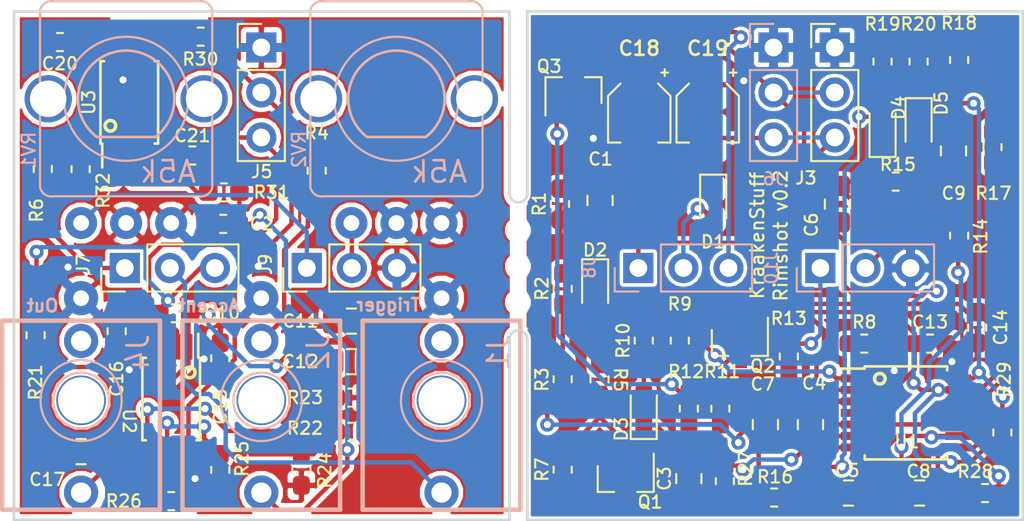
<source format=kicad_pcb>
(kicad_pcb (version 20171130) (host pcbnew "(5.0.1)-4")
  (layers (0 F.Cu signal) (31 B.Cu signal) (34 B.Paste user) (35 F.Paste user) (36 B.SilkS user) (37 F.SilkS user) (38 B.Mask user) (39 F.Mask user) (44 Edge.Cuts user))
  (net 0 "")
  (net 1 "Net-(C1-Pad2)")
  (net 2 "Net-(C1-Pad1)")
  (net 3 GND)
  (net 4 "Net-(C3-Pad1)")
  (net 5 "Net-(C4-Pad2)")
  (net 6 "Net-(C4-Pad1)")
  (net 7 "Net-(C5-Pad2)")
  (net 8 "Net-(C5-Pad1)")
  (net 9 "Net-(C6-Pad1)")
  (net 10 "Net-(C6-Pad2)")
  (net 11 "Net-(C7-Pad1)")
  (net 12 "Net-(C8-Pad1)")
  (net 13 "Net-(C9-Pad1)")
  (net 14 "Net-(C10-Pad1)")
  (net 15 "Net-(C11-Pad1)")
  (net 16 "Net-(C12-Pad1)")
  (net 17 +12V)
  (net 18 -12V)
  (net 19 "Net-(C17-Pad2)")
  (net 20 "Net-(D2-Pad1)")
  (net 21 "Net-(D3-Pad2)")
  (net 22 "Net-(D3-Pad1)")
  (net 23 "Net-(D4-Pad2)")
  (net 24 "Net-(Q1-Pad1)")
  (net 25 "Net-(Q2-Pad2)")
  (net 26 "Net-(Q2-Pad1)")
  (net 27 "Net-(Q2-Pad3)")
  (net 28 "Net-(Q3-Pad1)")
  (net 29 "Net-(Q3-Pad3)")
  (net 30 "Net-(R2-Pad1)")
  (net 31 "Net-(R22-Pad1)")
  (net 32 "Net-(R25-Pad1)")
  (net 33 Acc)
  (net 34 Out)
  (net 35 Trig)
  (net 36 Ptc1)
  (net 37 Ptc2)
  (net 38 "Net-(J1-PadTN)")
  (net 39 "Net-(J2-PadTN)")
  (net 40 "Net-(J4-PadTN)")
  (net 41 "Net-(R32-Pad2)")
  (net 42 "Net-(R30-Pad2)")
  (net 43 "Net-(C2-Pad1)")
  (net 44 "Net-(U3-Pad6)")
  (module KraakenStuff:PJ301M-12 (layer B.Cu) (at 44.2214 43.5864 90)
    (fp_text reference J1 (at 3.8354 3.9116 270) (layer B.SilkS) (effects (font (size 1.2065 1.2065) (thickness 0.1524)) (justify left bottom mirror)))
    (fp_text value Trigger (at 4.9784 -1.0922 180) (layer B.SilkS) (effects (font (size 0.7 0.7) (thickness 0.1524)) (justify left bottom mirror)))
    (pad T thru_hole circle (at -5.207 0 90) (size 1.9304 1.9304) (drill 1.143) (layers *.Cu *.Mask) (net 35 Trig))
    (pad S thru_hole circle (at 5.7658 0 90) (size 1.9304 1.9304) (drill 0.889) (layers *.Cu *.Mask) (net 3 GND))
    (pad TN thru_hole circle (at 3.3528 0 90) (size 1.9304 1.9304) (drill 1.143) (layers *.Cu *.Mask) (net 38 "Net-(J1-PadTN)"))
    (pad "" np_thru_hole circle (at 0 0 90) (size 2.8 2.8) (drill 2.6) (layers *.Cu *.Mask))
  )
  (module MojaBiblioteka:Perforacija (layer F.Cu) (at 48.5568 36.02355 90)
    (fp_text reference REF**)
    (fp_text value Perforacija)
    (pad "" np_thru_hole circle (at 2.032 0 90) (size 1 1) (drill 1) (layers *.Cu *.Mask))
    (pad "" np_thru_hole circle (at 0 0 90) (size 1 1) (drill 1) (layers *.Cu *.Mask))
    (pad "" np_thru_hole circle (at -2.032 0 90) (size 1 1) (drill 1) (layers *.Cu *.Mask))
  )
  (module Capacitor_SMD:C_0805_2012Metric_Pad1.15x1.40mm_HandSolder (layer F.Cu) (at 53.1606 32.312 90)
    (fp_text reference C1 (at 2.34 0.027 180) (layer F.SilkS) (effects (font (size 0.7 0.7) (thickness 0.12))))
    (fp_text value 18n)
    (pad 2 smd roundrect (at 1.025 0 90) (size 1.15 1.4) (layers F.Cu F.Paste F.Mask) (roundrect_rratio 0.217391) (net 1 "Net-(C1-Pad2)"))
    (pad 1 smd roundrect (at -1.025 0 90) (size 1.15 1.4) (layers F.Cu F.Paste F.Mask) (roundrect_rratio 0.217391) (net 2 "Net-(C1-Pad1)"))
  )
  (module Capacitor_SMD:C_0603_1608Metric_Pad1.05x0.95mm_HandSolder (layer F.Cu) (at 31.9138 33.6296 180)
    (fp_text reference C2 (at -2.1844 0.0032) (layer F.SilkS) (effects (font (size 0.7 0.7) (thickness 0.12))))
    (fp_text value 100p)
    (pad 1 smd roundrect (at -0.875 0 180) (size 1.05 0.95) (layers F.Cu F.Paste F.Mask) (net 43 "Net-(C2-Pad1)"))
    (pad 2 smd roundrect (at 0.875 0 180) (size 1.05 0.95) (layers F.Cu F.Paste F.Mask) (net 3 GND))
  )
  (module Capacitor_SMD:C_0805_2012Metric_Pad1.15x1.40mm_HandSolder (layer F.Cu) (at 58.166 48.006 270)
    (fp_text reference C3 (at 0 1.3798 270) (layer F.SilkS) (effects (font (size 0.7 0.7) (thickness 0.12))))
    (fp_text value 47n)
    (pad 1 smd roundrect (at -1.025 0 270) (size 1.15 1.4) (layers F.Cu F.Paste F.Mask) (roundrect_rratio 0.217391) (net 4 "Net-(C3-Pad1)"))
    (pad 2 smd roundrect (at 1.025 0 270) (size 1.15 1.4) (layers F.Cu F.Paste F.Mask) (roundrect_rratio 0.217391) (net 3 GND))
  )
  (module Capacitor_SMD:C_0805_2012Metric_Pad1.15x1.40mm_HandSolder (layer F.Cu) (at 65.024 44.958 270)
    (fp_text reference C4 (at -2.3368 -0.2032) (layer F.SilkS) (effects (font (size 0.7 0.7) (thickness 0.12))))
    (fp_text value 10n)
    (pad 2 smd roundrect (at 1.025 0 270) (size 1.15 1.4) (layers F.Cu F.Paste F.Mask) (roundrect_rratio 0.217391) (net 5 "Net-(C4-Pad2)"))
    (pad 1 smd roundrect (at -1.025 0 270) (size 1.15 1.4) (layers F.Cu F.Paste F.Mask) (roundrect_rratio 0.217391) (net 6 "Net-(C4-Pad1)"))
  )
  (module Capacitor_SMD:C_0805_2012Metric_Pad1.15x1.40mm_HandSolder (layer F.Cu) (at 67.1666 48.8188 180)
    (fp_text reference C5 (at 0.0598 1.27) (layer F.SilkS) (effects (font (size 0.7 0.7) (thickness 0.12))))
    (fp_text value 27n)
    (pad 2 smd roundrect (at 1.025 0 180) (size 1.15 1.4) (layers F.Cu F.Paste F.Mask) (roundrect_rratio 0.217391) (net 7 "Net-(C5-Pad2)"))
    (pad 1 smd roundrect (at -1.025 0 180) (size 1.15 1.4) (layers F.Cu F.Paste F.Mask) (roundrect_rratio 0.217391) (net 8 "Net-(C5-Pad1)"))
  )
  (module Capacitor_SMD:C_0805_2012Metric_Pad1.15x1.40mm_HandSolder (layer F.Cu) (at 66.548 32.512 270)
    (fp_text reference C6 (at 1.1684 1.4732 270) (layer F.SilkS) (effects (font (size 0.7 0.7) (thickness 0.12))))
    (fp_text value 4.7n)
    (pad 2 smd roundrect (at 1.025 0 270) (size 1.15 1.4) (layers F.Cu F.Paste F.Mask) (roundrect_rratio 0.217391) (net 10 "Net-(C6-Pad2)"))
    (pad 1 smd roundrect (at -1.025 0 270) (size 1.15 1.4) (layers F.Cu F.Paste F.Mask) (roundrect_rratio 0.217391) (net 9 "Net-(C6-Pad1)"))
  )
  (module Capacitor_SMD:C_0805_2012Metric_Pad1.15x1.40mm_HandSolder (layer F.Cu) (at 62.484 44.958 90)
    (fp_text reference C7 (at 2.286 -0.1524 180) (layer F.SilkS) (effects (font (size 0.7 0.7) (thickness 0.12))))
    (fp_text value 10n)
    (pad 1 smd roundrect (at -1.025 0 90) (size 1.15 1.4) (layers F.Cu F.Paste F.Mask) (roundrect_rratio 0.217391) (net 11 "Net-(C7-Pad1)"))
    (pad 2 smd roundrect (at 1.025 0 90) (size 1.15 1.4) (layers F.Cu F.Paste F.Mask) (roundrect_rratio 0.217391) (net 6 "Net-(C4-Pad1)"))
  )
  (module Capacitor_SMD:C_0805_2012Metric_Pad1.15x1.40mm_HandSolder (layer F.Cu) (at 71.1798 48.8188 180)
    (fp_text reference C8 (at 0.0598 1.2192) (layer F.SilkS) (effects (font (size 0.7 0.7) (thickness 0.12))))
    (fp_text value 27n)
    (pad 1 smd roundrect (at -1.025 0 180) (size 1.15 1.4) (layers F.Cu F.Paste F.Mask) (roundrect_rratio 0.217391) (net 12 "Net-(C8-Pad1)"))
    (pad 2 smd roundrect (at 1.025 0 180) (size 1.15 1.4) (layers F.Cu F.Paste F.Mask) (roundrect_rratio 0.217391) (net 8 "Net-(C5-Pad1)"))
  )
  (module Capacitor_SMD:C_0805_2012Metric_Pad1.15x1.40mm_HandSolder (layer F.Cu) (at 73.0885 29.5075 270)
    (fp_text reference C9 (at 2.3949 -0.0127) (layer F.SilkS) (effects (font (size 0.7 0.7) (thickness 0.12))))
    (fp_text value 4.7n)
    (pad 1 smd roundrect (at -1.025 0 270) (size 1.15 1.4) (layers F.Cu F.Paste F.Mask) (roundrect_rratio 0.217391) (net 13 "Net-(C9-Pad1)"))
    (pad 2 smd roundrect (at 1.025 0 270) (size 1.15 1.4) (layers F.Cu F.Paste F.Mask) (roundrect_rratio 0.217391) (net 9 "Net-(C6-Pad1)"))
  )
  (module Capacitor_SMD:C_0603_1608Metric_Pad1.05x0.95mm_HandSolder (layer F.Cu) (at 29.1821 38.6715 180)
    (fp_text reference C10 (at -2.6695 0.0127 180) (layer F.SilkS) (effects (font (size 0.7 0.7) (thickness 0.12))))
    (fp_text value 220p)
    (pad 2 smd roundrect (at 0.875 0 180) (size 1.05 0.95) (layers F.Cu F.Paste F.Mask) (net 34 Out))
    (pad 1 smd roundrect (at -0.875 0 180) (size 1.05 0.95) (layers F.Cu F.Paste F.Mask) (net 14 "Net-(C10-Pad1)"))
  )
  (module Capacitor_SMD:C_0805_2012Metric_Pad1.15x1.40mm_HandSolder (layer F.Cu) (at 39.1414 39.116 180)
    (fp_text reference C11 (at 2.8702 0 180) (layer F.SilkS) (effects (font (size 0.7 0.7) (thickness 0.12))))
    (fp_text value 10n)
    (pad 1 smd roundrect (at -1.025 0 180) (size 1.15 1.4) (layers F.Cu F.Paste F.Mask) (roundrect_rratio 0.217391) (net 15 "Net-(C11-Pad1)"))
    (pad 2 smd roundrect (at 1.025 0 180) (size 1.15 1.4) (layers F.Cu F.Paste F.Mask) (roundrect_rratio 0.217391) (net 14 "Net-(C10-Pad1)"))
  )
  (module Capacitor_SMD:C_0805_2012Metric_Pad1.15x1.40mm_HandSolder (layer F.Cu) (at 39.1414 41.402)
    (fp_text reference C12 (at -2.8702 0) (layer F.SilkS) (effects (font (size 0.7 0.7) (thickness 0.12))))
    (fp_text value 10n)
    (pad 2 smd roundrect (at 1.025 0) (size 1.15 1.4) (layers F.Cu F.Paste F.Mask) (roundrect_rratio 0.217391) (net 15 "Net-(C11-Pad1)"))
    (pad 1 smd roundrect (at -1.025 0) (size 1.15 1.4) (layers F.Cu F.Paste F.Mask) (roundrect_rratio 0.217391) (net 16 "Net-(C12-Pad1)"))
  )
  (module Capacitor_SMD:C_0603_1608Metric_Pad1.05x0.95mm_HandSolder (layer F.Cu) (at 71.769 40.386 180)
    (fp_text reference C13 (at 0 1.2192 180) (layer F.SilkS) (effects (font (size 0.7 0.7) (thickness 0.12))))
    (fp_text value 100n)
    (pad 1 smd roundrect (at -0.875 0 180) (size 1.05 0.95) (layers F.Cu F.Paste F.Mask) (net 3 GND))
    (pad 2 smd roundrect (at 0.875 0 180) (size 1.05 0.95) (layers F.Cu F.Paste F.Mask) (net 17 +12V))
  )
  (module Capacitor_SMD:C_0603_1608Metric_Pad1.05x0.95mm_HandSolder (layer F.Cu) (at 74.422 39.483 270)
    (fp_text reference C14 (at -0.0114 -1.3208 270) (layer F.SilkS) (effects (font (size 0.7 0.7) (thickness 0.12))))
    (fp_text value 100n)
    (pad 2 smd roundrect (at 0.875 0 270) (size 1.05 0.95) (layers F.Cu F.Paste F.Mask) (net 3 GND))
    (pad 1 smd roundrect (at -0.875 0 270) (size 1.05 0.95) (layers F.Cu F.Paste F.Mask) (net 18 -12V))
  )
  (module Capacitor_SMD:C_0603_1608Metric_Pad1.05x0.95mm_HandSolder (layer F.Cu) (at 31.75 41.214 270)
    (fp_text reference C15 (at 2.728 0 270) (layer F.SilkS) (effects (font (size 0.7 0.7) (thickness 0.12))))
    (fp_text value 100n)
    (pad 1 smd roundrect (at -0.875 0 270) (size 1.05 0.95) (layers F.Cu F.Paste F.Mask) (net 3 GND))
    (pad 2 smd roundrect (at 0.875 0 270) (size 1.05 0.95) (layers F.Cu F.Paste F.Mask) (net 17 +12V))
  )
  (module Capacitor_SMD:C_0603_1608Metric_Pad1.05x0.95mm_HandSolder (layer F.Cu) (at 25.908 39.69 90)
    (fp_text reference C16 (at -2.6772 0 90) (layer F.SilkS) (effects (font (size 0.7 0.7) (thickness 0.12))))
    (fp_text value 100n)
    (pad 2 smd roundrect (at 0.875 0 90) (size 1.05 0.95) (layers F.Cu F.Paste F.Mask) (net 3 GND))
    (pad 1 smd roundrect (at -0.875 0 90) (size 1.05 0.95) (layers F.Cu F.Paste F.Mask) (net 18 -12V))
  )
  (module Capacitor_SMD:C_0805_2012Metric_Pad1.15x1.40mm_HandSolder (layer F.Cu) (at 23.9014 46.482)
    (fp_text reference C17 (at -1.905 1.5748) (layer F.SilkS) (effects (font (size 0.7 0.7) (thickness 0.12))))
    (fp_text value 10n)
    (pad 1 smd roundrect (at -1.025 0) (size 1.15 1.4) (layers F.Cu F.Paste F.Mask) (roundrect_rratio 0.217391) (net 3 GND))
    (pad 2 smd roundrect (at 1.025 0) (size 1.15 1.4) (layers F.Cu F.Paste F.Mask) (roundrect_rratio 0.217391) (net 19 "Net-(C17-Pad2)"))
  )
  (module Capacitor_SMD:CP_Elec_3x5.3 (layer F.Cu) (at 55.372 27.2796 270)
    (fp_text reference C18 (at -3.556 0) (layer F.SilkS) (effects (font (size 0.8 0.8))))
    (fp_text value 10u)
    (pad 2 smd rect (at 1.5 0 270) (size 2.2 1.6) (layers F.Cu F.Paste F.Mask) (net 3 GND))
    (pad 1 smd rect (at -1.5 0 270) (size 2.2 1.6) (layers F.Cu F.Paste F.Mask) (net 17 +12V))
  )
  (module Capacitor_SMD:CP_Elec_3x5.3 (layer F.Cu) (at 59.2328 27.2796 270)
    (fp_text reference C19 (at -3.556 0) (layer F.SilkS) (effects (font (size 0.8 0.8))))
    (fp_text value 10u)
    (pad 1 smd rect (at -1.5 0 270) (size 2.2 1.6) (layers F.Cu F.Paste F.Mask) (net 3 GND))
    (pad 2 smd rect (at 1.5 0 270) (size 2.2 1.6) (layers F.Cu F.Paste F.Mask) (net 18 -12V))
  )
  (module Diode_SMD:D_0603_1608Metric_Pad1.05x0.95mm_HandSolder (layer F.Cu) (at 59.5376 32.512 270)
    (fp_text reference D1 (at 2.1336 0 unlocked) (layer F.SilkS) (effects (font (size 0.7 0.7) (thickness 0.12))))
    (fp_text value 1n4148)
    (pad 1 smd roundrect (at -0.875 0 270) (size 1.05 0.95) (layers F.Cu F.Paste F.Mask) (net 1 "Net-(C1-Pad2)"))
    (pad 2 smd roundrect (at 0.875 0 270) (size 1.05 0.95) (layers F.Cu F.Paste F.Mask) (net 35 Trig))
  )
  (module Diode_SMD:D_0603_1608Metric_Pad1.05x0.95mm_HandSolder (layer F.Cu) (at 52.8828 37.2872 270)
    (fp_text reference D2 (at -2.1844 0) (layer F.SilkS) (effects (font (size 0.7 0.7) (thickness 0.12))))
    (fp_text value 1n4148)
    (pad 2 smd roundrect (at 0.875 0 270) (size 1.05 0.95) (layers F.Cu F.Paste F.Mask) (net 2 "Net-(C1-Pad1)"))
    (pad 1 smd roundrect (at -0.875 0 270) (size 1.05 0.95) (layers F.Cu F.Paste F.Mask) (net 20 "Net-(D2-Pad1)"))
  )
  (module Diode_SMD:D_0603_1608Metric_Pad1.05x0.95mm_HandSolder (layer F.Cu) (at 55.626 44.108 90)
    (fp_text reference D3 (at -1.104 -1.27 90) (layer F.SilkS) (effects (font (size 0.7 0.7) (thickness 0.12))))
    (fp_text value 1n4148)
    (pad 1 smd roundrect (at -0.875 0 90) (size 1.05 0.95) (layers F.Cu F.Paste F.Mask) (net 22 "Net-(D3-Pad1)"))
    (pad 2 smd roundrect (at 0.875 0 90) (size 1.05 0.95) (layers F.Cu F.Paste F.Mask) (net 21 "Net-(D3-Pad2)"))
  )
  (module Diode_SMD:D_0603_1608Metric_Pad1.05x0.95mm_HandSolder (layer F.Cu) (at 69.088 28.194 90)
    (fp_text reference D4 (at 1.1176 0.9144 90) (layer F.SilkS) (effects (font (size 0.7 0.7) (thickness 0.12))))
    (fp_text value 1n4148)
    (pad 1 smd roundrect (at -0.875 0 90) (size 1.05 0.95) (layers F.Cu F.Paste F.Mask) (net 3 GND))
    (pad 2 smd roundrect (at 0.875 0 90) (size 1.05 0.95) (layers F.Cu F.Paste F.Mask) (net 23 "Net-(D4-Pad2)"))
  )
  (module Diode_SMD:D_0603_1608Metric_Pad1.05x0.95mm_HandSolder (layer F.Cu) (at 71.12 28.194 270)
    (fp_text reference D5 (at -1.3716 -1.27 270) (layer F.SilkS) (effects (font (size 0.7 0.7) (thickness 0.12))))
    (fp_text value 1n4148)
    (pad 2 smd roundrect (at 0.875 0 270) (size 1.05 0.95) (layers F.Cu F.Paste F.Mask) (net 3 GND))
    (pad 1 smd roundrect (at -0.875 0 270) (size 1.05 0.95) (layers F.Cu F.Paste F.Mask) (net 23 "Net-(D4-Pad2)"))
  )
  (module KraakenStuff:PJ301M-12 (layer B.Cu) (at 34.0614 43.5864 90)
    (fp_text reference J2 (at 3.8354 3.9116 90) (layer B.SilkS) (effects (font (size 1.2065 1.2065) (thickness 0.1524)) (justify left bottom mirror)))
    (fp_text value Accent (at 4.9276 -1.143 180) (layer B.SilkS) (effects (font (size 0.7 0.7) (thickness 0.1524)) (justify left bottom mirror)))
    (pad "" np_thru_hole circle (at 0 0 90) (size 2.8 2.8) (drill 2.6) (layers *.Cu *.Mask))
    (pad TN thru_hole circle (at 3.3528 0 90) (size 1.9304 1.9304) (drill 1.143) (layers *.Cu *.Mask) (net 39 "Net-(J2-PadTN)"))
    (pad S thru_hole circle (at 5.7658 0 90) (size 1.9304 1.9304) (drill 0.889) (layers *.Cu *.Mask) (net 3 GND))
    (pad T thru_hole circle (at -5.207 0 90) (size 1.9304 1.9304) (drill 1.143) (layers *.Cu *.Mask) (net 43 "Net-(C2-Pad1)"))
  )
  (module Connector_PinHeader_2.54mm:PinHeader_1x03_P2.54mm_Vertical (layer F.Cu) (at 66.3956 23.6728)
    (fp_text reference J3 (at -1.6256 7.366) (layer F.SilkS) (effects (font (size 0.7 0.7) (thickness 0.12))))
    (fp_text value PWR)
    (pad 1 thru_hole rect (at 0 0) (size 1.7 1.7) (drill 1) (layers *.Cu *.Mask) (net 3 GND))
    (pad 2 thru_hole oval (at 0 2.54) (size 1.7 1.7) (drill 1) (layers *.Cu *.Mask) (net 17 +12V))
    (pad 3 thru_hole oval (at 0 5.08) (size 1.7 1.7) (drill 1) (layers *.Cu *.Mask) (net 18 -12V))
  )
  (module KraakenStuff:PJ301M-12 (layer B.Cu) (at 23.9014 43.5864 90)
    (fp_text reference J4 (at 3.8354 3.9116 90) (layer B.SilkS) (effects (font (size 1.2065 1.2065) (thickness 0.1524)) (justify left bottom mirror)))
    (fp_text value Out (at 4.9276 -1.1938 180) (layer B.SilkS) (effects (font (size 0.7 0.7) (thickness 0.1524)) (justify left bottom mirror)))
    (pad "" np_thru_hole circle (at 0 0 90) (size 2.8 2.8) (drill 2.6) (layers *.Cu *.Mask))
    (pad TN thru_hole circle (at 3.3528 0 90) (size 1.9304 1.9304) (drill 1.143) (layers *.Cu *.Mask) (net 40 "Net-(J4-PadTN)"))
    (pad S thru_hole circle (at 5.7658 0 90) (size 1.9304 1.9304) (drill 0.889) (layers *.Cu *.Mask) (net 3 GND))
    (pad T thru_hole circle (at -5.207 0 90) (size 1.9304 1.9304) (drill 1.143) (layers *.Cu *.Mask) (net 19 "Net-(C17-Pad2)"))
  )
  (module Connector_PinHeader_2.54mm:PinHeader_1x03_P2.54mm_Vertical (layer F.Cu) (at 34.061237 23.6728)
    (fp_text reference J5 (at 0.025563 7.0104) (layer F.SilkS) (effects (font (size 0.7 0.7) (thickness 0.12))))
    (fp_text value PWR_C)
    (pad 3 thru_hole oval (at 0 5.08) (size 1.7 1.7) (drill 1) (layers *.Cu *.Mask) (net 18 -12V))
    (pad 2 thru_hole oval (at 0 2.54) (size 1.7 1.7) (drill 1) (layers *.Cu *.Mask) (net 17 +12V))
    (pad 1 thru_hole rect (at 0 0) (size 1.7 1.7) (drill 1) (layers *.Cu *.Mask) (net 3 GND))
  )
  (module Connector_PinSocket_2.54mm:PinSocket_1x03_P2.54mm_Vertical (layer B.Cu) (at 62.9412 23.6728 180)
    (fp_text reference J6 (at 0 -7.4168 180) (layer B.SilkS) (effects (font (size 0.7 0.7) (thickness 0.12)) (justify mirror)))
    (fp_text value PWR_M)
    (pad 3 thru_hole oval (at 0 -5.08 180) (size 1.7 1.7) (drill 1) (layers *.Cu *.Mask) (net 18 -12V))
    (pad 2 thru_hole oval (at 0 -2.54 180) (size 1.7 1.7) (drill 1) (layers *.Cu *.Mask) (net 17 +12V))
    (pad 1 thru_hole rect (at 0 0 180) (size 1.7 1.7) (drill 1) (layers *.Cu *.Mask) (net 3 GND))
  )
  (module Connector_PinHeader_2.54mm:PinHeader_1x03_P2.54mm_Vertical (layer F.Cu) (at 26.3652 36.1188 90)
    (fp_text reference J7 (at 0.2032 -2.3368 90) (layer F.SilkS) (effects (font (size 0.7 0.7) (thickness 0.12))))
    (fp_text value JCK_C)
    (pad 1 thru_hole rect (at 0 0 90) (size 1.7 1.7) (drill 1) (layers *.Cu *.Mask) (net 33 Acc))
    (pad 2 thru_hole oval (at 0 2.54 90) (size 1.7 1.7) (drill 1) (layers *.Cu *.Mask) (net 35 Trig))
    (pad 3 thru_hole oval (at 0 5.08 90) (size 1.7 1.7) (drill 1) (layers *.Cu *.Mask) (net 34 Out))
  )
  (module Connector_PinSocket_2.54mm:PinSocket_1x03_P2.54mm_Vertical (layer B.Cu) (at 55.3212 36.1188 270)
    (fp_text reference J8 (at 0 2.77 270) (layer B.SilkS) (effects (font (size 0.7 0.7) (thickness 0.12)) (justify mirror)))
    (fp_text value JCK_M)
    (pad 1 thru_hole rect (at 0 0 270) (size 1.7 1.7) (drill 1) (layers *.Cu *.Mask) (net 33 Acc))
    (pad 2 thru_hole oval (at 0 -2.54 270) (size 1.7 1.7) (drill 1) (layers *.Cu *.Mask) (net 35 Trig))
    (pad 3 thru_hole oval (at 0 -5.08 270) (size 1.7 1.7) (drill 1) (layers *.Cu *.Mask) (net 34 Out))
  )
  (module Connector_PinHeader_2.54mm:PinHeader_1x03_P2.54mm_Vertical (layer F.Cu) (at 36.6268 36.1188 90)
    (fp_text reference J9 (at 0.2032 -2.3368 90) (layer F.SilkS) (effects (font (size 0.7 0.7) (thickness 0.12))))
    (fp_text value POT_C)
    (pad 3 thru_hole oval (at 0 5.08 90) (size 1.7 1.7) (drill 1) (layers *.Cu *.Mask) (net 3 GND))
    (pad 2 thru_hole oval (at 0 2.54 90) (size 1.7 1.7) (drill 1) (layers *.Cu *.Mask) (net 37 Ptc2))
    (pad 1 thru_hole rect (at 0 0 90) (size 1.7 1.7) (drill 1) (layers *.Cu *.Mask) (net 36 Ptc1))
  )
  (module Connector_PinSocket_2.54mm:PinSocket_1x03_P2.54mm_Vertical (layer B.Cu) (at 65.5828 36.1188 270)
    (fp_text reference J10 (at 0 2.77 270) (layer B.SilkS) (effects (font (size 0.7 0.7) (thickness 0.12)) (justify mirror)))
    (fp_text value POT_M)
    (pad 1 thru_hole rect (at 0 0 270) (size 1.7 1.7) (drill 1) (layers *.Cu *.Mask) (net 36 Ptc1))
    (pad 2 thru_hole oval (at 0 -2.54 270) (size 1.7 1.7) (drill 1) (layers *.Cu *.Mask) (net 37 Ptc2))
    (pad 3 thru_hole oval (at 0 -5.08 270) (size 1.7 1.7) (drill 1) (layers *.Cu *.Mask) (net 3 GND))
  )
  (module Package_TO_SOT_SMD:SOT-23 (layer F.Cu) (at 54.61 47.9971 270)
    (fp_text reference Q1 (at 1.3297 -1.3716) (layer F.SilkS) (effects (font (size 0.7 0.7) (thickness 0.12))))
    (fp_text value BC849)
    (pad 3 smd rect (at 1 0 270) (size 0.9 0.8) (layers F.Cu F.Paste F.Mask) (net 22 "Net-(D3-Pad1)"))
    (pad 2 smd rect (at -1 0.95 270) (size 0.9 0.8) (layers F.Cu F.Paste F.Mask) (net 3 GND))
    (pad 1 smd rect (at -1 -0.95 270) (size 0.9 0.8) (layers F.Cu F.Paste F.Mask) (net 24 "Net-(Q1-Pad1)"))
  )
  (module Package_TO_SOT_SMD:SOT-23 (layer F.Cu) (at 61.044 40.32 270)
    (fp_text reference Q2 (at 1.336 -1.2876) (layer F.SilkS) (effects (font (size 0.7 0.7) (thickness 0.12))))
    (fp_text value BC859)
    (pad 1 smd rect (at -1 -0.95 270) (size 0.9 0.8) (layers F.Cu F.Paste F.Mask) (net 26 "Net-(Q2-Pad1)"))
    (pad 2 smd rect (at -1 0.95 270) (size 0.9 0.8) (layers F.Cu F.Paste F.Mask) (net 25 "Net-(Q2-Pad2)"))
    (pad 3 smd rect (at 1 0 270) (size 0.9 0.8) (layers F.Cu F.Paste F.Mask) (net 27 "Net-(Q2-Pad3)"))
  )
  (module Package_TO_SOT_SMD:SOT-23 (layer F.Cu) (at 51.6636 26.1112 90)
    (fp_text reference Q3 (at 1.3716 -1.3716 180) (layer F.SilkS) (effects (font (size 0.7 0.7) (thickness 0.12))))
    (fp_text value BC849)
    (pad 1 smd rect (at -1 -0.95 90) (size 0.9 0.8) (layers F.Cu F.Paste F.Mask) (net 28 "Net-(Q3-Pad1)"))
    (pad 2 smd rect (at -1 0.95 90) (size 0.9 0.8) (layers F.Cu F.Paste F.Mask) (net 34 Out))
    (pad 3 smd rect (at 1 0 90) (size 0.9 0.8) (layers F.Cu F.Paste F.Mask) (net 29 "Net-(Q3-Pad3)"))
  )
  (module Resistor_SMD:R_0603_1608Metric_Pad1.05x0.95mm_HandSolder (layer F.Cu) (at 50.9016 32.512 90)
    (fp_text reference R1 (at 0 -1.1684 90) (layer F.SilkS) (effects (font (size 0.7 0.7) (thickness 0.12))))
    (fp_text value 100k)
    (pad 2 smd roundrect (at 0.875 0 90) (size 1.05 0.95) (layers F.Cu F.Paste F.Mask) (net 1 "Net-(C1-Pad2)"))
    (pad 1 smd roundrect (at -0.875 0 90) (size 1.05 0.95) (layers F.Cu F.Paste F.Mask) (net 3 GND))
  )
  (module Resistor_SMD:R_0603_1608Metric_Pad1.05x0.95mm_HandSolder (layer F.Cu) (at 51.054 37.298666 90)
    (fp_text reference R2 (at 0.011466 -1.1684 90) (layer F.SilkS) (effects (font (size 0.7 0.7) (thickness 0.12))))
    (fp_text value 22k)
    (pad 2 smd roundrect (at 0.875 0 90) (size 1.05 0.95) (layers F.Cu F.Paste F.Mask) (net 20 "Net-(D2-Pad1)"))
    (pad 1 smd roundrect (at -0.875 0 90) (size 1.05 0.95) (layers F.Cu F.Paste F.Mask) (net 30 "Net-(R2-Pad1)"))
  )
  (module Resistor_SMD:R_0603_1608Metric_Pad1.05x0.95mm_HandSolder (layer F.Cu) (at 51.054 42.398332 90)
    (fp_text reference R3 (at -0.019668 -1.1684 90) (layer F.SilkS) (effects (font (size 0.7 0.7) (thickness 0.12))))
    (fp_text value 22k)
    (pad 1 smd roundrect (at -0.875 0 90) (size 1.05 0.95) (layers F.Cu F.Paste F.Mask) (net 3 GND))
    (pad 2 smd roundrect (at 0.875 0 90) (size 1.05 0.95) (layers F.Cu F.Paste F.Mask) (net 30 "Net-(R2-Pad1)"))
  )
  (module Resistor_SMD:R_0603_1608Metric_Pad1.05x0.95mm_HandSolder (layer F.Cu) (at 37.1856 30.6324 270)
    (fp_text reference R4 (at -2.1336 0.0038 unlocked) (layer F.SilkS) (effects (font (size 0.7 0.7) (thickness 0.12))))
    (fp_text value 100k)
    (pad 1 smd roundrect (at -0.875 0 270) (size 1.05 0.95) (layers F.Cu F.Paste F.Mask) (net 17 +12V))
    (pad 2 smd roundrect (at 0.875 0 270) (size 1.05 0.95) (layers F.Cu F.Paste F.Mask) (net 39 "Net-(J2-PadTN)"))
  )
  (module Resistor_SMD:R_0603_1608Metric_Pad1.05x0.95mm_HandSolder (layer F.Cu) (at 53.131 42.408332 270)
    (fp_text reference R5 (at 0.009668 -1.1742 270 unlocked) (layer F.SilkS) (effects (font (size 0.7 0.7) (thickness 0.12))))
    (fp_text value 22k)
    (pad 1 smd roundrect (at -0.875 0 270) (size 1.05 0.95) (layers F.Cu F.Paste F.Mask) (net 2 "Net-(C1-Pad1)"))
    (pad 2 smd roundrect (at 0.875 0 270) (size 1.05 0.95) (layers F.Cu F.Paste F.Mask) (net 24 "Net-(Q1-Pad1)"))
  )
  (module Resistor_SMD:R_0603_1608Metric_Pad1.05x0.95mm_HandSolder (layer F.Cu) (at 21.7424 30.5308 90)
    (fp_text reference R6 (at -2.3368 -0.3556 90) (layer F.SilkS) (effects (font (size 0.7 0.7) (thickness 0.12))))
    (fp_text value 100k)
    (pad 2 smd roundrect (at 0.875 0 90) (size 1.05 0.95) (layers F.Cu F.Paste F.Mask) (net 41 "Net-(R32-Pad2)"))
    (pad 1 smd roundrect (at -0.875 0 90) (size 1.05 0.95) (layers F.Cu F.Paste F.Mask) (net 33 Acc))
  )
  (module Resistor_SMD:R_0603_1608Metric_Pad1.05x0.95mm_HandSolder (layer F.Cu) (at 51.054 47.498 90)
    (fp_text reference R7 (at 0 -1.1684 90) (layer F.SilkS) (effects (font (size 0.7 0.7) (thickness 0.12))))
    (fp_text value 10k)
    (pad 2 smd roundrect (at 0.875 0 90) (size 1.05 0.95) (layers F.Cu F.Paste F.Mask) (net 24 "Net-(Q1-Pad1)"))
    (pad 1 smd roundrect (at -0.875 0 90) (size 1.05 0.95) (layers F.Cu F.Paste F.Mask) (net 3 GND))
  )
  (module Resistor_SMD:R_0603_1608Metric_Pad1.05x0.95mm_HandSolder (layer F.Cu) (at 68.0606 40.386)
    (fp_text reference R8 (at 0 -1.2192) (layer F.SilkS) (effects (font (size 0.7 0.7) (thickness 0.12))))
    (fp_text value 100k)
    (pad 1 smd roundrect (at -0.875 0) (size 1.05 0.95) (layers F.Cu F.Paste F.Mask) (net 25 "Net-(Q2-Pad2)"))
    (pad 2 smd roundrect (at 0.875 0) (size 1.05 0.95) (layers F.Cu F.Paste F.Mask) (net 33 Acc))
  )
  (module Resistor_SMD:R_0603_1608Metric_Pad1.05x0.95mm_HandSolder (layer F.Cu) (at 57.658 40.216 270)
    (fp_text reference R9 (at -2.0652 0) (layer F.SilkS) (effects (font (size 0.7 0.7) (thickness 0.12))))
    (fp_text value 1M)
    (pad 1 smd roundrect (at -0.875 0 270) (size 1.05 0.95) (layers F.Cu F.Paste F.Mask) (net 26 "Net-(Q2-Pad1)"))
    (pad 2 smd roundrect (at 0.875 0 270) (size 1.05 0.95) (layers F.Cu F.Paste F.Mask) (net 25 "Net-(Q2-Pad2)"))
  )
  (module Resistor_SMD:R_0603_1608Metric_Pad1.05x0.95mm_HandSolder (layer F.Cu) (at 55.626 40.216 90)
    (fp_text reference R10 (at 0 -1.1684 90) (layer F.SilkS) (effects (font (size 0.7 0.7) (thickness 0.12))))
    (fp_text value 47k)
    (pad 2 smd roundrect (at 0.875 0 90) (size 1.05 0.95) (layers F.Cu F.Paste F.Mask) (net 26 "Net-(Q2-Pad1)"))
    (pad 1 smd roundrect (at -0.875 0 90) (size 1.05 0.95) (layers F.Cu F.Paste F.Mask) (net 21 "Net-(D3-Pad2)"))
  )
  (module Resistor_SMD:R_0603_1608Metric_Pad1.05x0.95mm_HandSolder (layer F.Cu) (at 59.944 44.055 90)
    (fp_text reference R11 (at 2.0876 0.1016 180) (layer F.SilkS) (effects (font (size 0.7 0.7) (thickness 0.12))))
    (fp_text value 2.7k)
    (pad 2 smd roundrect (at 0.875 0 90) (size 1.05 0.95) (layers F.Cu F.Paste F.Mask) (net 27 "Net-(Q2-Pad3)"))
    (pad 1 smd roundrect (at -0.875 0 90) (size 1.05 0.95) (layers F.Cu F.Paste F.Mask) (net 4 "Net-(C3-Pad1)"))
  )
  (module Resistor_SMD:R_0603_1608Metric_Pad1.05x0.95mm_HandSolder (layer F.Cu) (at 58.166 44.055 90)
    (fp_text reference R12 (at 2.0876 -0.1524 180) (layer F.SilkS) (effects (font (size 0.7 0.7) (thickness 0.12))))
    (fp_text value 1M)
    (pad 1 smd roundrect (at -0.875 0 90) (size 1.05 0.95) (layers F.Cu F.Paste F.Mask) (net 4 "Net-(C3-Pad1)"))
    (pad 2 smd roundrect (at 0.875 0 90) (size 1.05 0.95) (layers F.Cu F.Paste F.Mask) (net 28 "Net-(Q3-Pad1)"))
  )
  (module Resistor_SMD:R_0603_1608Metric_Pad1.05x0.95mm_HandSolder (layer F.Cu) (at 63.8048 41.1086 90)
    (fp_text reference R13 (at 2.145 0 180) (layer F.SilkS) (effects (font (size 0.7 0.7) (thickness 0.12))))
    (fp_text value 100R)
    (pad 2 smd roundrect (at 0.875 0 90) (size 1.05 0.95) (layers F.Cu F.Paste F.Mask) (net 36 Ptc1))
    (pad 1 smd roundrect (at -0.875 0 90) (size 1.05 0.95) (layers F.Cu F.Paste F.Mask) (net 6 "Net-(C4-Pad1)"))
  )
  (module Resistor_SMD:R_0603_1608Metric_Pad1.05x0.95mm_HandSolder (layer F.Cu) (at 73.406 34.29 90)
    (fp_text reference R14 (at -0.0508 1.2192 90) (layer F.SilkS) (effects (font (size 0.7 0.7) (thickness 0.12))))
    (fp_text value 100R)
    (pad 1 smd roundrect (at -0.875 0 90) (size 1.05 0.95) (layers F.Cu F.Paste F.Mask) (net 8 "Net-(C5-Pad1)"))
    (pad 2 smd roundrect (at 0.875 0 90) (size 1.05 0.95) (layers F.Cu F.Paste F.Mask) (net 37 Ptc2))
  )
  (module Resistor_SMD:R_0603_1608Metric_Pad1.05x0.95mm_HandSolder (layer F.Cu) (at 69.83 31.242 180)
    (fp_text reference R15 (at -0.1216 0.9652 180) (layer F.SilkS) (effects (font (size 0.7 0.7) (thickness 0.12))))
    (fp_text value 2.2k)
    (pad 1 smd roundrect (at -0.875 0 180) (size 1.05 0.95) (layers F.Cu F.Paste F.Mask) (net 3 GND))
    (pad 2 smd roundrect (at 0.875 0 180) (size 1.05 0.95) (layers F.Cu F.Paste F.Mask) (net 9 "Net-(C6-Pad1)"))
  )
  (module Resistor_SMD:R_0603_1608Metric_Pad1.05x0.95mm_HandSolder (layer F.Cu) (at 62.978 49.0728 180)
    (fp_text reference R16 (at -0.0508 1.1684 180) (layer F.SilkS) (effects (font (size 0.7 0.7) (thickness 0.12))))
    (fp_text value 12k)
    (pad 2 smd roundrect (at 0.875 0 180) (size 1.05 0.95) (layers F.Cu F.Paste F.Mask) (net 11 "Net-(C7-Pad1)"))
    (pad 1 smd roundrect (at -0.875 0 180) (size 1.05 0.95) (layers F.Cu F.Paste F.Mask) (net 23 "Net-(D4-Pad2)"))
  )
  (module Resistor_SMD:R_0603_1608Metric_Pad1.05x0.95mm_HandSolder (layer F.Cu) (at 75.2856 29.3002 270)
    (fp_text reference R17 (at 2.6022 -0.0508) (layer F.SilkS) (effects (font (size 0.7 0.7) (thickness 0.12))))
    (fp_text value 12k)
    (pad 1 smd roundrect (at -0.875 0 270) (size 1.05 0.95) (layers F.Cu F.Paste F.Mask) (net 23 "Net-(D4-Pad2)"))
    (pad 2 smd roundrect (at 0.875 0 270) (size 1.05 0.95) (layers F.Cu F.Paste F.Mask) (net 12 "Net-(C8-Pad1)"))
  )
  (module Resistor_SMD:R_0603_1608Metric_Pad1.05x0.95mm_HandSolder (layer F.Cu) (at 73.406 24.384 270)
    (fp_text reference R18 (at -2.0828 0) (layer F.SilkS) (effects (font (size 0.7 0.7) (thickness 0.12))))
    (fp_text value 3.3k)
    (pad 2 smd roundrect (at 0.875 0 270) (size 1.05 0.95) (layers F.Cu F.Paste F.Mask) (net 13 "Net-(C9-Pad1)"))
    (pad 1 smd roundrect (at -0.875 0 270) (size 1.05 0.95) (layers F.Cu F.Paste F.Mask) (net 23 "Net-(D4-Pad2)"))
  )
  (module Resistor_SMD:R_0603_1608Metric_Pad1.05x0.95mm_HandSolder (layer F.Cu) (at 69.088 24.468 270)
    (fp_text reference R19 (at -2.116 0) (layer F.SilkS) (effects (font (size 0.7 0.7) (thickness 0.12))))
    (fp_text value 12k)
    (pad 2 smd roundrect (at 0.875 0 270) (size 1.05 0.95) (layers F.Cu F.Paste F.Mask) (net 23 "Net-(D4-Pad2)"))
    (pad 1 smd roundrect (at -0.875 0 270) (size 1.05 0.95) (layers F.Cu F.Paste F.Mask) (net 29 "Net-(Q3-Pad3)"))
  )
  (module Resistor_SMD:R_0603_1608Metric_Pad1.05x0.95mm_HandSolder (layer F.Cu) (at 71.12 24.468 90)
    (fp_text reference R20 (at 2.116 0 180) (layer F.SilkS) (effects (font (size 0.7 0.7) (thickness 0.12))))
    (fp_text value 680R)
    (pad 1 smd roundrect (at -0.875 0 90) (size 1.05 0.95) (layers F.Cu F.Paste F.Mask) (net 3 GND))
    (pad 2 smd roundrect (at 0.875 0 90) (size 1.05 0.95) (layers F.Cu F.Paste F.Mask) (net 29 "Net-(Q3-Pad3)"))
  )
  (module Resistor_SMD:R_0603_1608Metric_Pad1.05x0.95mm_HandSolder (layer F.Cu) (at 21.336 39.9112 90)
    (fp_text reference R21 (at -2.6592 0 90) (layer F.SilkS) (effects (font (size 0.7 0.7) (thickness 0.12))))
    (fp_text value 100k)
    (pad 1 smd roundrect (at -0.875 0 90) (size 1.05 0.95) (layers F.Cu F.Paste F.Mask) (net 14 "Net-(C10-Pad1)"))
    (pad 2 smd roundrect (at 0.875 0 90) (size 1.05 0.95) (layers F.Cu F.Paste F.Mask) (net 34 Out))
  )
  (module Resistor_SMD:R_0603_1608Metric_Pad1.05x0.95mm_HandSolder (layer F.Cu) (at 39.1364 45.3644)
    (fp_text reference R22 (at -2.6112 -0.2032) (layer F.SilkS) (effects (font (size 0.7 0.7) (thickness 0.12))))
    (fp_text value 22k)
    (pad 1 smd roundrect (at -0.875 0) (size 1.05 0.95) (layers F.Cu F.Paste F.Mask) (net 31 "Net-(R22-Pad1)"))
    (pad 2 smd roundrect (at 0.875 0) (size 1.05 0.95) (layers F.Cu F.Paste F.Mask) (net 15 "Net-(C11-Pad1)"))
  )
  (module Resistor_SMD:R_0603_1608Metric_Pad1.05x0.95mm_HandSolder (layer F.Cu) (at 39.1364 43.434 180)
    (fp_text reference R23 (at 2.6112 0 180) (layer F.SilkS) (effects (font (size 0.7 0.7) (thickness 0.12))))
    (fp_text value 220k)
    (pad 1 smd roundrect (at -0.875 0 180) (size 1.05 0.95) (layers F.Cu F.Paste F.Mask) (net 3 GND))
    (pad 2 smd roundrect (at 0.875 0 180) (size 1.05 0.95) (layers F.Cu F.Paste F.Mask) (net 16 "Net-(C12-Pad1)"))
  )
  (module Resistor_SMD:R_0603_1608Metric_Pad1.05x0.95mm_HandSolder (layer F.Cu) (at 36.322 47.5094 90)
    (fp_text reference R24 (at -0.0394 1.3208 90) (layer F.SilkS) (effects (font (size 0.7 0.7) (thickness 0.12))))
    (fp_text value 4.7k)
    (pad 2 smd roundrect (at 0.875 0 90) (size 1.05 0.95) (layers F.Cu F.Paste F.Mask) (net 31 "Net-(R22-Pad1)"))
    (pad 1 smd roundrect (at -0.875 0 90) (size 1.05 0.95) (layers F.Cu F.Paste F.Mask) (net 3 GND))
  )
  (module Resistor_SMD:R_0603_1608Metric_Pad1.05x0.95mm_HandSolder (layer F.Cu) (at 31.75 47.5094 90)
    (fp_text reference R25 (at 0.621 1.2192 90) (layer F.SilkS) (effects (font (size 0.7 0.7) (thickness 0.12))))
    (fp_text value 4.7k)
    (pad 2 smd roundrect (at 0.875 0 90) (size 1.05 0.95) (layers F.Cu F.Paste F.Mask) (net 31 "Net-(R22-Pad1)"))
    (pad 1 smd roundrect (at -0.875 0 90) (size 1.05 0.95) (layers F.Cu F.Paste F.Mask) (net 32 "Net-(R25-Pad1)"))
  )
  (module Resistor_SMD:R_0603_1608Metric_Pad1.05x0.95mm_HandSolder (layer F.Cu) (at 28.9864 49.276)
    (fp_text reference R26 (at -2.672 0) (layer F.SilkS) (effects (font (size 0.7 0.7) (thickness 0.12))))
    (fp_text value 1k)
    (pad 2 smd roundrect (at 0.875 0) (size 1.05 0.95) (layers F.Cu F.Paste F.Mask) (net 32 "Net-(R25-Pad1)"))
    (pad 1 smd roundrect (at -0.875 0) (size 1.05 0.95) (layers F.Cu F.Paste F.Mask) (net 19 "Net-(C17-Pad2)"))
  )
  (module Package_SO:TSSOP-14_4.4x5mm_P0.65mm (layer F.Cu) (at 70.4088 44.2976)
    (fp_text reference U1 (at 0.0508 1.6256) (layer F.SilkS) (effects (font (size 0.7 0.7) (thickness 0.12))))
    (fp_text value TL074)
    (pad 1 smd rect (at -2.95 -1.95) (size 1.45 0.45) (layers F.Cu F.Paste F.Mask) (net 25 "Net-(Q2-Pad2)"))
    (pad 2 smd rect (at -2.95 -1.3) (size 1.45 0.45) (layers F.Cu F.Paste F.Mask) (net 33 Acc))
    (pad 3 smd rect (at -2.95 -0.65) (size 1.45 0.45) (layers F.Cu F.Paste F.Mask) (net 3 GND))
    (pad 4 smd rect (at -2.95 0) (size 1.45 0.45) (layers F.Cu F.Paste F.Mask) (net 17 +12V))
    (pad 5 smd rect (at -2.95 0.65) (size 1.45 0.45) (layers F.Cu F.Paste F.Mask) (net 30 "Net-(R2-Pad1)"))
    (pad 6 smd rect (at -2.95 1.3) (size 1.45 0.45) (layers F.Cu F.Paste F.Mask) (net 5 "Net-(C4-Pad2)"))
    (pad 7 smd rect (at -2.95 1.95) (size 1.45 0.45) (layers F.Cu F.Paste F.Mask) (net 11 "Net-(C7-Pad1)"))
    (pad 8 smd rect (at 2.95 1.95) (size 1.45 0.45) (layers F.Cu F.Paste F.Mask) (net 12 "Net-(C8-Pad1)"))
    (pad 9 smd rect (at 2.95 1.3) (size 1.45 0.45) (layers F.Cu F.Paste F.Mask) (net 7 "Net-(C5-Pad2)"))
    (pad 10 smd rect (at 2.95 0.65) (size 1.45 0.45) (layers F.Cu F.Paste F.Mask) (net 30 "Net-(R2-Pad1)"))
    (pad 11 smd rect (at 2.95 0) (size 1.45 0.45) (layers F.Cu F.Paste F.Mask) (net 18 -12V))
    (pad 12 smd rect (at 2.95 -0.65) (size 1.45 0.45) (layers F.Cu F.Paste F.Mask) (net 30 "Net-(R2-Pad1)"))
    (pad 13 smd rect (at 2.95 -1.3) (size 1.45 0.45) (layers F.Cu F.Paste F.Mask) (net 10 "Net-(C6-Pad2)"))
    (pad 14 smd rect (at 2.95 -1.95) (size 1.45 0.45) (layers F.Cu F.Paste F.Mask) (net 13 "Net-(C9-Pad1)"))
  )
  (module Package_SO:TSSOP-8_4.4x3mm_P0.65mm (layer F.Cu) (at 28.9814 43.5138 270)
    (fp_text reference U2 (at 1.241 2.3622 270 unlocked) (layer F.SilkS) (effects (font (size 0.7 0.7) (thickness 0.12))))
    (fp_text value TL072)
    (pad 1 smd rect (at -2.95 -0.975 270) (size 1.45 0.45) (layers F.Cu F.Paste F.Mask) (net 14 "Net-(C10-Pad1)"))
    (pad 2 smd rect (at -2.95 -0.325 270) (size 1.45 0.45) (layers F.Cu F.Paste F.Mask) (net 34 Out))
    (pad 3 smd rect (at -2.95 0.325 270) (size 1.45 0.45) (layers F.Cu F.Paste F.Mask) (net 3 GND))
    (pad 4 smd rect (at -2.95 0.975 270) (size 1.45 0.45) (layers F.Cu F.Paste F.Mask) (net 18 -12V))
    (pad 5 smd rect (at 2.95 0.975 270) (size 1.45 0.45) (layers F.Cu F.Paste F.Mask) (net 16 "Net-(C12-Pad1)"))
    (pad 6 smd rect (at 2.95 0.325 270) (size 1.45 0.45) (layers F.Cu F.Paste F.Mask) (net 31 "Net-(R22-Pad1)"))
    (pad 7 smd rect (at 2.95 -0.325 270) (size 1.45 0.45) (layers F.Cu F.Paste F.Mask) (net 32 "Net-(R25-Pad1)"))
    (pad 8 smd rect (at 2.95 -0.975 270) (size 1.45 0.45) (layers F.Cu F.Paste F.Mask) (net 17 +12V))
  )
  (module KraakenStuff:POT-9MM-ALPHA (layer B.Cu) (at 26.4414 26.5684)
    (fp_text reference RV1 (at -5.0546 1.778 90) (layer B.SilkS) (effects (font (size 0.75 0.75) (thickness 0.12)) (justify left bottom mirror)))
    (fp_text value A5k (at 4.0386 4.826) (layer B.SilkS) (effects (font (size 1.2065 1.2065) (thickness 0.1524)) (justify left bottom mirror)))
    (pad 5 thru_hole circle (at -4.394363 0.001843) (size 2.667 2.667) (drill 2.0574) (layers *.Cu *.Mask))
    (pad 4 thru_hole circle (at 4.394037 0.001843) (size 2.667 2.667) (drill 2.0574) (layers *.Cu *.Mask))
    (pad 1 thru_hole circle (at 2.539837 7.012243 90) (size 1.8034 1.8034) (drill 0.889) (layers *.Cu *.Mask) (net 3 GND))
    (pad 2 thru_hole circle (at -0.000163 7.012243 90) (size 1.8034 1.8034) (drill 0.889) (layers *.Cu *.Mask) (net 3 GND))
    (pad 3 thru_hole circle (at -2.540163 7.012243 90) (size 1.8034 1.8034) (drill 0.889) (layers *.Cu *.Mask) (net 36 Ptc1))
  )
  (module KraakenStuff:POT-9MM-ALPHA (layer B.Cu) (at 41.6814 26.5684)
    (fp_text reference RV2 (at -5.0546 1.7272 90) (layer B.SilkS) (effects (font (size 0.75 0.75) (thickness 0.12)) (justify left bottom mirror)))
    (fp_text value A5k (at 4.0894 4.826) (layer B.SilkS) (effects (font (size 1.2065 1.2065) (thickness 0.1524)) (justify left bottom mirror)))
    (pad 3 thru_hole circle (at -2.540163 7.012243 90) (size 1.8034 1.8034) (drill 0.889) (layers *.Cu *.Mask) (net 37 Ptc2))
    (pad 2 thru_hole circle (at -0.000163 7.012243 90) (size 1.8034 1.8034) (drill 0.889) (layers *.Cu *.Mask) (net 3 GND))
    (pad 1 thru_hole circle (at 2.539837 7.012243 90) (size 1.8034 1.8034) (drill 0.889) (layers *.Cu *.Mask) (net 3 GND))
    (pad 4 thru_hole circle (at 4.394037 0.001843) (size 2.667 2.667) (drill 2.0574) (layers *.Cu *.Mask))
    (pad 5 thru_hole circle (at -4.394363 0.001843) (size 2.667 2.667) (drill 2.0574) (layers *.Cu *.Mask))
  )
  (module Resistor_SMD:R_0603_1608Metric_Pad1.05x0.95mm_HandSolder (layer F.Cu) (at 60.198 48.147 270)
    (fp_text reference R27 (at -0.6998 -1.1684 270) (layer F.SilkS) (effects (font (size 0.7 0.7) (thickness 0.12))))
    (fp_text value 470k)
    (pad 1 smd roundrect (at -0.875 0 270) (size 1.05 0.95) (layers F.Cu F.Paste F.Mask) (net 5 "Net-(C4-Pad2)"))
    (pad 2 smd roundrect (at 0.875 0 270) (size 1.05 0.95) (layers F.Cu F.Paste F.Mask) (net 11 "Net-(C7-Pad1)"))
  )
  (module Resistor_SMD:R_0603_1608Metric_Pad1.05x0.95mm_HandSolder (layer F.Cu) (at 74.8678 48.8188 180)
    (fp_text reference R28 (at 0.5474 1.2192 180) (layer F.SilkS) (effects (font (size 0.7 0.7) (thickness 0.12))))
    (fp_text value 330k)
    (pad 2 smd roundrect (at 0.875 0 180) (size 1.05 0.95) (layers F.Cu F.Paste F.Mask) (net 12 "Net-(C8-Pad1)"))
    (pad 1 smd roundrect (at -0.875 0 180) (size 1.05 0.95) (layers F.Cu F.Paste F.Mask) (net 7 "Net-(C5-Pad2)"))
  )
  (module Resistor_SMD:R_0603_1608Metric_Pad1.05x0.95mm_HandSolder (layer F.Cu) (at 75.8444 45.4038 90)
    (fp_text reference R29 (at 2.9858 0.1016 90) (layer F.SilkS) (effects (font (size 0.7 0.7) (thickness 0.12))))
    (fp_text value 470k)
    (pad 1 smd roundrect (at -0.875 0 90) (size 1.05 0.95) (layers F.Cu F.Paste F.Mask) (net 10 "Net-(C6-Pad2)"))
    (pad 2 smd roundrect (at 0.875 0 90) (size 1.05 0.95) (layers F.Cu F.Paste F.Mask) (net 13 "Net-(C9-Pad1)"))
  )
  (module Capacitor_SMD:C_0603_1608Metric_Pad1.05x0.95mm_HandSolder (layer F.Cu) (at 22.7076 23.368)
    (fp_text reference C20 (at 0 1.2192) (layer F.SilkS) (effects (font (size 0.7 0.7) (thickness 0.12))))
    (fp_text value 100n)
    (pad 2 smd roundrect (at 0.875 0) (size 1.05 0.95) (layers F.Cu F.Paste F.Mask) (net 17 +12V))
    (pad 1 smd roundrect (at -0.875 0) (size 1.05 0.95) (layers F.Cu F.Paste F.Mask) (net 3 GND))
  )
  (module Capacitor_SMD:C_0603_1608Metric_Pad1.05x0.95mm_HandSolder (layer F.Cu) (at 30.1752 29.7688)
    (fp_text reference C21 (at 0 -1.1176) (layer F.SilkS) (effects (font (size 0.7 0.7) (thickness 0.12))))
    (fp_text value 100n)
    (pad 1 smd roundrect (at -0.875 0) (size 1.05 0.95) (layers F.Cu F.Paste F.Mask) (net 18 -12V))
    (pad 2 smd roundrect (at 0.875 0) (size 1.05 0.95) (layers F.Cu F.Paste F.Mask) (net 3 GND))
  )
  (module Resistor_SMD:R_0603_1608Metric_Pad1.05x0.95mm_HandSolder (layer F.Cu) (at 30.6438 23.0632 180)
    (fp_text reference R30 (at 0.0114 -1.27 180) (layer F.SilkS) (effects (font (size 0.7 0.7) (thickness 0.12))))
    (fp_text value 180k)
    (pad 1 smd roundrect (at -0.875 0 180) (size 1.05 0.95) (layers F.Cu F.Paste F.Mask) (net 17 +12V))
    (pad 2 smd roundrect (at 0.875 0 180) (size 1.05 0.95) (layers F.Cu F.Paste F.Mask) (net 42 "Net-(R30-Pad2)"))
  )
  (module Resistor_SMD:R_0603_1608Metric_Pad1.05x0.95mm_HandSolder (layer F.Cu) (at 31.9532 31.8516)
    (fp_text reference R31 (at 2.6924 0) (layer F.SilkS) (effects (font (size 0.7 0.7) (thickness 0.12))))
    (fp_text value 100k)
    (pad 1 smd roundrect (at -0.875 0) (size 1.05 0.95) (layers F.Cu F.Paste F.Mask) (net 42 "Net-(R30-Pad2)"))
    (pad 2 smd roundrect (at 0.875 0) (size 1.05 0.95) (layers F.Cu F.Paste F.Mask) (net 43 "Net-(C2-Pad1)"))
  )
  (module Resistor_SMD:R_0603_1608Metric_Pad1.05x0.95mm_HandSolder (layer F.Cu) (at 23.876 30.5422 90)
    (fp_text reference R32 (at -1.2078 1.27 90) (layer F.SilkS) (effects (font (size 0.7 0.7) (thickness 0.12))))
    (fp_text value 100k)
    (pad 2 smd roundrect (at 0.875 0 90) (size 1.05 0.95) (layers F.Cu F.Paste F.Mask) (net 41 "Net-(R32-Pad2)"))
    (pad 1 smd roundrect (at -0.875 0 90) (size 1.05 0.95) (layers F.Cu F.Paste F.Mask) (net 42 "Net-(R30-Pad2)"))
  )
  (module Package_SO:TSSOP-8_4.4x3mm_P0.65mm (layer F.Cu) (at 26.6192 26.7716 90)
    (fp_text reference U3 (at 0 -2.286 90) (layer F.SilkS) (effects (font (size 0.7 0.7) (thickness 0.12))))
    (fp_text value TL072)
    (pad 1 smd rect (at -2.95 -0.975 90) (size 1.45 0.45) (layers F.Cu F.Paste F.Mask) (net 41 "Net-(R32-Pad2)"))
    (pad 2 smd rect (at -2.95 -0.325 90) (size 1.45 0.45) (layers F.Cu F.Paste F.Mask) (net 42 "Net-(R30-Pad2)"))
    (pad 3 smd rect (at -2.95 0.325 90) (size 1.45 0.45) (layers F.Cu F.Paste F.Mask) (net 3 GND))
    (pad 4 smd rect (at -2.95 0.975 90) (size 1.45 0.45) (layers F.Cu F.Paste F.Mask) (net 18 -12V))
    (pad 5 smd rect (at 2.95 0.975 90) (size 1.45 0.45) (layers F.Cu F.Paste F.Mask) (net 3 GND))
    (pad 6 smd rect (at 2.95 0.325 90) (size 1.45 0.45) (layers F.Cu F.Paste F.Mask) (net 44 "Net-(U3-Pad6)"))
    (pad 7 smd rect (at 2.95 -0.325 90) (size 1.45 0.45) (layers F.Cu F.Paste F.Mask) (net 44 "Net-(U3-Pad6)"))
    (pad 8 smd rect (at 2.95 -0.975 90) (size 1.45 0.45) (layers F.Cu F.Paste F.Mask) (net 17 +12V))
  )
  (gr_circle (center 25.5524 28.0924) (end 25.8524 28.0924) (layer F.SilkS) (width 0.2))
  (gr_circle (center 30.0228 42.0116) (end 30.3228 42.0116) (layer F.SilkS) (width 0.2))
  (gr_circle (center 68.9356 42.3672) (end 69.2356 42.3672) (layer F.SilkS) (width 0.2))
  (gr_text "Rimshot v0.2" (at 63.3476 34.29 90) (layer F.SilkS) (effects (font (size 0.75 0.75) (thickness 0.12))))
  (gr_text KraakenStuff (at 62.0268 34.29 90) (layer F.SilkS) (effects (font (size 0.75 0.75) (thickness 0.12))))
  (gr_line (start 49.0568 21.6408) (end 49.0568 31.9151) (layer Edge.Cuts) (width 0.15))
  (gr_line (start 48.0568 21.6408) (end 48.0568 31.9151) (layer Edge.Cuts) (width 0.15))
  (gr_arc (start 48.5568 31.9151) (end 48.0568 31.9151) (angle -180) (layer Edge.Cuts) (width 0.15))
  (gr_arc (start 48.5568 40.132) (end 49.0568 40.132) (angle -180) (layer Edge.Cuts) (width 0.15))
  (gr_line (start 76.9968 21.6408) (end 76.9968 50.3428) (layer Edge.Cuts) (width 0.15))
  (gr_line (start 49.0568 21.6408) (end 76.9968 21.6408) (layer Edge.Cuts) (width 0.15))
  (gr_line (start 49.0568 50.3428) (end 76.9968 50.3428) (layer Edge.Cuts) (width 0.15))
  (gr_line (start 49.0568 40.132) (end 49.0568 50.3428) (layer Edge.Cuts) (width 0.15))
  (gr_line (start 20.1168 50.3428) (end 48.0568 50.3428) (layer Edge.Cuts) (width 0.15))
  (gr_line (start 20.1168 21.6408) (end 20.1168 50.3428) (layer Edge.Cuts) (width 0.15))
  (gr_line (start 48.0568 40.132) (end 48.0568 50.3428) (layer Edge.Cuts) (width 0.15))
  (gr_line (start 20.1168 21.6408) (end 48.0568 21.6408) (layer Edge.Cuts) (width 0.15))
  (segment (start 51.2516 31.287) (end 50.9016 31.637) (width 0.25) (layer F.Cu) (net 1))
  (segment (start 53.1606 31.287) (end 51.2516 31.287) (width 0.25) (layer F.Cu) (net 1))
  (segment (start 59.1876 31.287) (end 59.5376 31.637) (width 0.25) (layer F.Cu) (net 1))
  (segment (start 53.1606 31.287) (end 59.1876 31.287) (width 0.25) (layer F.Cu) (net 1))
  (segment (start 53.131 38.4104) (end 52.8828 38.1622) (width 0.25) (layer F.Cu) (net 2))
  (segment (start 53.131 41.533332) (end 53.131 38.4104) (width 0.25) (layer F.Cu) (net 2))
  (segment (start 53.1606 34.012) (end 53.1606 33.337) (width 0.25) (layer F.Cu) (net 2))
  (segment (start 53.8988 34.7502) (end 53.1606 34.012) (width 0.25) (layer F.Cu) (net 2))
  (segment (start 53.8988 37.7212) (end 53.8988 34.7502) (width 0.25) (layer F.Cu) (net 2))
  (segment (start 52.8828 38.1622) (end 53.4578 38.1622) (width 0.25) (layer F.Cu) (net 2))
  (segment (start 53.4578 38.1622) (end 53.8988 37.7212) (width 0.25) (layer F.Cu) (net 2))
  (via (at 61.2648 25.5524) (size 0.8) (drill 0.4) (layers F.Cu B.Cu) (net 3))
  (via (at 72.9996 41.402) (size 0.8) (drill 0.4) (layers F.Cu B.Cu) (net 3))
  (via (at 33.8836 36.0172) (size 0.8) (drill 0.4) (layers F.Cu B.Cu) (net 3))
  (via (at 30.8356 41.2496) (size 0.8) (drill 0.4) (layers F.Cu B.Cu) (net 3))
  (via (at 26.6192 41.8592) (size 0.8) (drill 0.4) (layers F.Cu B.Cu) (net 3))
  (via (at 23.1648 36.068) (size 0.8) (drill 0.4) (layers F.Cu B.Cu) (net 3))
  (via (at 52.7812 28.8036) (size 0.8) (drill 0.4) (layers F.Cu B.Cu) (net 3))
  (via (at 69.7484 41.91) (size 0.8) (drill 0.4) (layers F.Cu B.Cu) (net 3))
  (segment (start 69.7484 42.31941) (end 69.7484 41.91) (width 0.25) (layer F.Cu) (net 3))
  (segment (start 68.42021 43.6476) (end 69.7484 42.31941) (width 0.25) (layer F.Cu) (net 3))
  (segment (start 67.4588 43.6476) (end 68.42021 43.6476) (width 0.25) (layer F.Cu) (net 3))
  (via (at 30.3276 48.006) (size 0.8) (drill 0.4) (layers F.Cu B.Cu) (net 3))
  (via (at 26.2636 25.5016) (size 0.8) (drill 0.4) (layers F.Cu B.Cu) (net 3))
  (segment (start 58.166 46.981) (end 58.166 44.93) (width 0.25) (layer F.Cu) (net 4))
  (segment (start 58.166 44.93) (end 59.944 44.93) (width 0.25) (layer F.Cu) (net 4))
  (segment (start 66.4838 45.5976) (end 67.4588 45.5976) (width 0.25) (layer F.Cu) (net 5))
  (segment (start 66.2094 45.5976) (end 66.4838 45.5976) (width 0.25) (layer F.Cu) (net 5))
  (segment (start 65.824 45.983) (end 66.2094 45.5976) (width 0.25) (layer F.Cu) (net 5))
  (segment (start 65.024 45.983) (end 65.824 45.983) (width 0.25) (layer F.Cu) (net 5))
  (via (at 61.214 47.498) (size 0.8) (drill 0.4) (layers F.Cu B.Cu) (net 5))
  (segment (start 60.198 47.272) (end 60.988 47.272) (width 0.25) (layer F.Cu) (net 5))
  (segment (start 60.988 47.272) (end 61.214 47.498) (width 0.25) (layer F.Cu) (net 5))
  (via (at 63.946847 46.928847) (size 0.8) (drill 0.4) (layers F.Cu B.Cu) (net 5))
  (segment (start 61.214 47.498) (end 61.783153 46.928847) (width 0.25) (layer B.Cu) (net 5))
  (segment (start 61.783153 46.928847) (end 63.946847 46.928847) (width 0.25) (layer B.Cu) (net 5))
  (segment (start 64.078153 46.928847) (end 65.024 45.983) (width 0.25) (layer F.Cu) (net 5))
  (segment (start 63.946847 46.928847) (end 64.078153 46.928847) (width 0.25) (layer F.Cu) (net 5))
  (segment (start 63.284 43.933) (end 65.024 43.933) (width 0.25) (layer F.Cu) (net 6))
  (segment (start 62.484 43.933) (end 63.284 43.933) (width 0.25) (layer F.Cu) (net 6))
  (segment (start 63.8048 42.6122) (end 62.484 43.933) (width 0.25) (layer F.Cu) (net 6))
  (segment (start 63.8048 41.9836) (end 63.8048 42.6122) (width 0.25) (layer F.Cu) (net 6))
  (segment (start 69.9724 45.5976) (end 70.1548 45.5976) (width 0.25) (layer F.Cu) (net 7))
  (segment (start 70.1548 45.5976) (end 70.9794 45.5976) (width 0.25) (layer F.Cu) (net 7))
  (segment (start 69.9724 45.5976) (end 68.1482 47.4218) (width 0.25) (layer F.Cu) (net 7))
  (segment (start 66.764972 48.220828) (end 66.1416 48.8442) (width 0.25) (layer F.Cu) (net 7))
  (segment (start 66.999774 48.220828) (end 66.764972 48.220828) (width 0.25) (layer F.Cu) (net 7))
  (segment (start 67.798802 47.4218) (end 66.999774 48.220828) (width 0.25) (layer F.Cu) (net 7))
  (segment (start 68.1482 47.4218) (end 67.798802 47.4218) (width 0.25) (layer F.Cu) (net 7))
  (segment (start 71.9836 45.5976) (end 73.3588 45.5976) (width 0.25) (layer F.Cu) (net 7))
  (via (at 75.6412 47.8536) (size 0.8) (drill 0.4) (layers F.Cu B.Cu) (net 7))
  (segment (start 75.6412 48.7172) (end 75.7428 48.8188) (width 0.25) (layer F.Cu) (net 7))
  (segment (start 75.6412 47.8536) (end 75.6412 48.7172) (width 0.25) (layer F.Cu) (net 7))
  (segment (start 70.9794 45.5976) (end 71.8312 45.5976) (width 0.25) (layer F.Cu) (net 7))
  (segment (start 71.8312 45.5976) (end 71.9836 45.5976) (width 0.25) (layer F.Cu) (net 7))
  (via (at 71.845 45.6726) (size 0.8) (drill 0.4) (layers F.Cu B.Cu) (net 7))
  (segment (start 73.4602 45.6726) (end 71.845 45.6726) (width 0.25) (layer B.Cu) (net 7))
  (segment (start 75.6412 47.8536) (end 73.4602 45.6726) (width 0.25) (layer B.Cu) (net 7))
  (segment (start 71.845 45.5838) (end 71.845 45.6726) (width 0.25) (layer F.Cu) (net 7))
  (segment (start 71.845 45.6726) (end 71.8312 45.5976) (width 0.25) (layer F.Cu) (net 7))
  (via (at 73.3552 36.3728) (size 0.8) (drill 0.4) (layers F.Cu B.Cu) (net 8))
  (segment (start 73.3552 35.2158) (end 73.406 35.165) (width 0.25) (layer F.Cu) (net 8))
  (segment (start 73.3552 36.3728) (end 73.3552 35.2158) (width 0.25) (layer F.Cu) (net 8))
  (via (at 70.1548 46.228) (size 0.8) (drill 0.4) (layers F.Cu B.Cu) (net 8))
  (segment (start 68.1916 48.8442) (end 70.1548 48.8442) (width 0.25) (layer F.Cu) (net 8))
  (segment (start 73.5076 36.5252) (end 73.3552 36.3728) (width 0.25) (layer B.Cu) (net 8))
  (segment (start 70.1548 48.0188) (end 70.1548 46.228) (width 0.25) (layer F.Cu) (net 8))
  (segment (start 70.1548 48.8188) (end 70.1548 48.0188) (width 0.25) (layer F.Cu) (net 8))
  (segment (start 70.1548 44.354602) (end 71.7042 42.805202) (width 0.25) (layer B.Cu) (net 8))
  (segment (start 70.1548 46.228) (end 70.1548 44.354602) (width 0.25) (layer B.Cu) (net 8))
  (segment (start 71.7042 42.805202) (end 71.7042 41.4528) (width 0.25) (layer B.Cu) (net 8))
  (segment (start 73.5076 39.6494) (end 73.5076 39.2684) (width 0.25) (layer B.Cu) (net 8))
  (segment (start 71.7042 41.4528) (end 73.5076 39.6494) (width 0.25) (layer B.Cu) (net 8))
  (segment (start 73.5076 39.2684) (end 73.5076 36.5252) (width 0.25) (layer B.Cu) (net 8))
  (segment (start 66.793 31.242) (end 66.548 31.487) (width 0.25) (layer F.Cu) (net 9))
  (segment (start 68.955 31.242) (end 66.793 31.242) (width 0.25) (layer F.Cu) (net 9))
  (segment (start 72.465128 31.155872) (end 73.0885 30.5325) (width 0.25) (layer F.Cu) (net 9))
  (segment (start 67.8688 32.8078) (end 67.8688 33.782) (width 0.25) (layer F.Cu) (net 9))
  (segment (start 66.548 31.487) (end 67.8688 32.8078) (width 0.25) (layer F.Cu) (net 9))
  (segment (start 67.8688 33.782) (end 68.33319 34.24639) (width 0.25) (layer F.Cu) (net 9))
  (segment (start 68.33319 34.24639) (end 71.92561 34.24639) (width 0.25) (layer F.Cu) (net 9))
  (segment (start 71.92561 34.24639) (end 72.465128 33.706872) (width 0.25) (layer F.Cu) (net 9))
  (segment (start 72.465128 33.706872) (end 72.465128 31.155872) (width 0.25) (layer F.Cu) (net 9))
  (via (at 70.8406 42.5958) (size 0.8) (drill 0.4) (layers F.Cu B.Cu) (net 10))
  (via (at 72.136 37.4258) (size 0.8) (drill 0.4) (layers F.Cu B.Cu) (net 10))
  (segment (start 71.570315 37.4258) (end 72.136 37.4258) (width 0.25) (layer F.Cu) (net 10))
  (segment (start 66.548 34.212) (end 66.9036 34.5676) (width 0.25) (layer F.Cu) (net 10))
  (segment (start 66.548 33.537) (end 66.548 34.212) (width 0.25) (layer F.Cu) (net 10))
  (segment (start 66.9036 34.5676) (end 66.9036 37.084) (width 0.25) (layer F.Cu) (net 10))
  (segment (start 66.9036 37.084) (end 67.5132 37.6936) (width 0.25) (layer F.Cu) (net 10))
  (segment (start 67.5132 37.6936) (end 71.302515 37.6936) (width 0.25) (layer F.Cu) (net 10))
  (segment (start 71.302515 37.6936) (end 71.570315 37.4258) (width 0.25) (layer F.Cu) (net 10))
  (via (at 72.9298 47.072602) (size 0.8) (drill 0.4) (layers F.Cu B.Cu) (net 10))
  (segment (start 73.495485 47.072602) (end 72.9298 47.072602) (width 0.25) (layer F.Cu) (net 10))
  (segment (start 74.0688 47.072602) (end 73.495485 47.072602) (width 0.25) (layer F.Cu) (net 10))
  (segment (start 74.862602 46.2788) (end 74.0688 47.072602) (width 0.25) (layer F.Cu) (net 10))
  (segment (start 75.8444 46.2788) (end 74.862602 46.2788) (width 0.25) (layer F.Cu) (net 10))
  (segment (start 72.104199 42.995799) (end 72.2376 42.9976) (width 0.25) (layer F.Cu) (net 10))
  (segment (start 71.240599 42.995799) (end 72.104199 42.995799) (width 0.25) (layer F.Cu) (net 10))
  (segment (start 70.8406 42.5958) (end 71.240599 42.995799) (width 0.25) (layer F.Cu) (net 10))
  (segment (start 71.4894 37.4258) (end 72.136 37.4258) (width 0.25) (layer B.Cu) (net 10))
  (segment (start 70.8406 42.5958) (end 70.8406 38.0746) (width 0.25) (layer B.Cu) (net 10))
  (segment (start 70.8406 38.0746) (end 71.4894 37.4258) (width 0.25) (layer B.Cu) (net 10))
  (segment (start 73.3588 42.9976) (end 72.2376 42.9976) (width 0.25) (layer F.Cu) (net 10))
  (segment (start 72.2376 42.9976) (end 72.106 42.9976) (width 0.25) (layer F.Cu) (net 10))
  (segment (start 72.2376 42.9976) (end 72.106 42.9976) (width 0.25) (layer F.Cu) (net 10))
  (via (at 72.2376 42.9976) (size 0.8) (drill 0.4) (layers F.Cu B.Cu) (net 10))
  (segment (start 71.12 44.1152) (end 72.2376 42.9976) (width 0.25) (layer B.Cu) (net 10))
  (segment (start 70.9168 44.3184) (end 71.12 44.1152) (width 0.25) (layer B.Cu) (net 10))
  (segment (start 70.9168 46.609) (end 70.9168 44.3184) (width 0.25) (layer B.Cu) (net 10))
  (segment (start 72.9298 47.072602) (end 71.380402 47.072602) (width 0.25) (layer B.Cu) (net 10))
  (segment (start 71.380402 47.072602) (end 70.9168 46.609) (width 0.25) (layer B.Cu) (net 10))
  (segment (start 62.0522 49.022) (end 62.103 49.0728) (width 0.25) (layer F.Cu) (net 11))
  (segment (start 60.198 49.022) (end 62.0522 49.022) (width 0.25) (layer F.Cu) (net 11))
  (segment (start 62.103 46.364) (end 62.484 45.983) (width 0.25) (layer F.Cu) (net 11))
  (segment (start 64.272896 47.6758) (end 62.103 47.6758) (width 0.25) (layer F.Cu) (net 11))
  (segment (start 65.053106 46.89559) (end 64.272896 47.6758) (width 0.25) (layer F.Cu) (net 11))
  (segment (start 65.83581 46.89559) (end 65.053106 46.89559) (width 0.25) (layer F.Cu) (net 11))
  (segment (start 66.4838 46.2476) (end 65.83581 46.89559) (width 0.25) (layer F.Cu) (net 11))
  (segment (start 67.4588 46.2476) (end 66.4838 46.2476) (width 0.25) (layer F.Cu) (net 11))
  (segment (start 62.103 47.6758) (end 62.103 46.364) (width 0.25) (layer F.Cu) (net 11))
  (segment (start 62.103 49.0728) (end 62.103 47.6758) (width 0.25) (layer F.Cu) (net 11))
  (segment (start 74.243802 46.2476) (end 73.3588 46.2476) (width 0.25) (layer F.Cu) (net 12))
  (segment (start 74.408801 46.082601) (end 74.243802 46.2476) (width 0.25) (layer F.Cu) (net 12))
  (segment (start 74.408801 44.859009) (end 74.408801 46.082601) (width 0.25) (layer F.Cu) (net 12))
  (segment (start 75.2856 30.1752) (end 75.2856 30.8002) (width 0.25) (layer F.Cu) (net 12))
  (segment (start 75.2856 30.8002) (end 75.938809 31.453409) (width 0.25) (layer F.Cu) (net 12))
  (segment (start 75.938809 31.453409) (end 75.938809 42.305803) (width 0.25) (layer F.Cu) (net 12))
  (segment (start 75.938809 42.305803) (end 74.89741 43.347202) (width 0.25) (layer F.Cu) (net 12))
  (segment (start 74.89741 43.347202) (end 74.89741 44.3704) (width 0.25) (layer F.Cu) (net 12))
  (segment (start 74.89741 44.3704) (end 74.408801 44.859009) (width 0.25) (layer F.Cu) (net 12))
  (segment (start 72.2048 48.8188) (end 73.9928 48.8188) (width 0.25) (layer F.Cu) (net 12))
  (segment (start 72.2048 48.0188) (end 72.2048 48.8188) (width 0.25) (layer F.Cu) (net 12))
  (segment (start 72.2048 46.4266) (end 72.2048 48.0188) (width 0.25) (layer F.Cu) (net 12))
  (segment (start 72.3838 46.2476) (end 72.2048 46.4266) (width 0.25) (layer F.Cu) (net 12))
  (segment (start 73.3588 46.2476) (end 72.3838 46.2476) (width 0.25) (layer F.Cu) (net 12))
  (segment (start 73.406 28.165) (end 73.0885 28.4825) (width 0.25) (layer F.Cu) (net 13))
  (via (at 74.5236 42.0116) (size 0.8) (drill 0.4) (layers F.Cu B.Cu) (net 13))
  (segment (start 73.3588 42.3476) (end 74.1876 42.3476) (width 0.25) (layer F.Cu) (net 13))
  (segment (start 74.1876 42.3476) (end 74.5236 42.0116) (width 0.25) (layer F.Cu) (net 13))
  (via (at 74.2188 26.8224) (size 0.8) (drill 0.4) (layers F.Cu B.Cu) (net 13))
  (segment (start 74.5236 42.0116) (end 74.5236 27.1272) (width 0.25) (layer B.Cu) (net 13))
  (segment (start 74.5236 27.1272) (end 74.2188 26.8224) (width 0.25) (layer B.Cu) (net 13))
  (segment (start 73.653115 26.8224) (end 73.406 26.8224) (width 0.25) (layer F.Cu) (net 13))
  (segment (start 74.2188 26.8224) (end 73.653115 26.8224) (width 0.25) (layer F.Cu) (net 13))
  (segment (start 73.406 25.259) (end 73.406 26.8224) (width 0.25) (layer F.Cu) (net 13))
  (segment (start 73.406 26.8224) (end 73.406 28.165) (width 0.25) (layer F.Cu) (net 13))
  (via (at 75.865559 43.404359) (size 0.8) (drill 0.4) (layers F.Cu B.Cu) (net 13))
  (segment (start 75.7682 43.501718) (end 75.865559 43.404359) (width 0.25) (layer F.Cu) (net 13))
  (segment (start 75.865559 43.353559) (end 74.5236 42.0116) (width 0.25) (layer B.Cu) (net 13))
  (segment (start 75.865559 43.404359) (end 75.865559 43.353559) (width 0.25) (layer B.Cu) (net 13))
  (segment (start 75.8444 43.425518) (end 75.865559 43.404359) (width 0.25) (layer F.Cu) (net 13))
  (segment (start 75.8444 44.5288) (end 75.8444 43.425518) (width 0.25) (layer F.Cu) (net 13))
  (segment (start 21.336 40.7862) (end 21.336 41.4112) (width 0.25) (layer F.Cu) (net 14))
  (segment (start 29.9564 41.5388) (end 29.9564 40.5638) (width 0.25) (layer F.Cu) (net 14))
  (segment (start 29.7376 41.7576) (end 29.9564 41.5388) (width 0.25) (layer F.Cu) (net 14))
  (segment (start 29.9564 38.7722) (end 30.0571 38.6715) (width 0.25) (layer F.Cu) (net 14))
  (segment (start 29.9564 40.5638) (end 29.9564 38.7722) (width 0.25) (layer F.Cu) (net 14))
  (via (at 31.0896 38.7604) (size 0.8) (drill 0.4) (layers F.Cu B.Cu) (net 14))
  (segment (start 30.0571 38.6715) (end 31.0007 38.6715) (width 0.25) (layer F.Cu) (net 14))
  (segment (start 31.0007 38.6715) (end 31.0896 38.7604) (width 0.25) (layer F.Cu) (net 14))
  (via (at 34.8996 41.656) (size 0.8) (drill 0.4) (layers F.Cu B.Cu) (net 14))
  (segment (start 29.7376 41.7576) (end 29.718 41.7576) (width 0.25) (layer F.Cu) (net 14))
  (segment (start 29.718 41.7576) (end 28.7528 42.7228) (width 0.25) (layer F.Cu) (net 14))
  (segment (start 28.7528 42.7228) (end 26.162 42.7228) (width 0.25) (layer F.Cu) (net 14))
  (segment (start 26.162 42.7228) (end 25.146 41.7068) (width 0.25) (layer F.Cu) (net 14))
  (segment (start 21.6316 41.7068) (end 21.5392 41.6144) (width 0.25) (layer F.Cu) (net 14))
  (segment (start 25.146 41.7068) (end 21.6316 41.7068) (width 0.25) (layer F.Cu) (net 14))
  (segment (start 21.336 41.4112) (end 21.5392 41.6144) (width 0.25) (layer F.Cu) (net 14))
  (segment (start 21.5392 41.6144) (end 21.6824 41.7576) (width 0.25) (layer F.Cu) (net 14))
  (segment (start 35.6616 40.894) (end 34.8996 41.656) (width 0.25) (layer F.Cu) (net 14))
  (segment (start 35.6616 39.9288) (end 35.6616 40.894) (width 0.25) (layer F.Cu) (net 14))
  (segment (start 36.1696 39.4208) (end 35.6616 39.9288) (width 0.25) (layer F.Cu) (net 14))
  (segment (start 38.1164 39.116) (end 37.8116 39.4208) (width 0.25) (layer F.Cu) (net 14))
  (segment (start 37.8116 39.4208) (end 36.1696 39.4208) (width 0.25) (layer F.Cu) (net 14))
  (segment (start 33.419515 41.656) (end 34.8996 41.656) (width 0.25) (layer B.Cu) (net 14))
  (segment (start 31.0896 38.7604) (end 31.0896 39.326085) (width 0.25) (layer B.Cu) (net 14))
  (segment (start 31.0896 39.326085) (end 33.419515 41.656) (width 0.25) (layer B.Cu) (net 14))
  (segment (start 40.1664 41.402) (end 40.1664 39.116) (width 0.25) (layer F.Cu) (net 15))
  (segment (start 40.1664 41.402) (end 41.3004 42.536) (width 0.25) (layer F.Cu) (net 15))
  (segment (start 41.3004 44.0754) (end 40.0114 45.3644) (width 0.25) (layer F.Cu) (net 15))
  (segment (start 41.3004 42.536) (end 41.3004 44.0754) (width 0.25) (layer F.Cu) (net 15))
  (segment (start 38.2614 41.547) (end 38.1164 41.402) (width 0.25) (layer F.Cu) (net 16))
  (segment (start 38.2614 43.434) (end 38.2614 41.547) (width 0.25) (layer F.Cu) (net 16))
  (via (at 30.888158 44.06098) (size 0.8) (drill 0.4) (layers F.Cu B.Cu) (net 16))
  (segment (start 32.138579 45.311401) (end 30.888158 44.06098) (width 0.25) (layer F.Cu) (net 16))
  (segment (start 38.2614 43.434) (end 36.383999 45.311401) (width 0.25) (layer F.Cu) (net 16))
  (segment (start 36.383999 45.311401) (end 32.138579 45.311401) (width 0.25) (layer F.Cu) (net 16))
  (via (at 27.6352 44.0944) (size 0.8) (drill 0.4) (layers F.Cu B.Cu) (net 16))
  (segment (start 30.888158 44.06098) (end 27.66862 44.06098) (width 0.25) (layer B.Cu) (net 16))
  (segment (start 27.66862 44.06098) (end 27.6352 44.0944) (width 0.25) (layer B.Cu) (net 16))
  (segment (start 27.6352 46.0926) (end 28.0064 46.4638) (width 0.25) (layer F.Cu) (net 16))
  (segment (start 27.6352 44.0944) (end 27.6352 46.0926) (width 0.25) (layer F.Cu) (net 16))
  (segment (start 66.3956 26.2128) (end 62.9412 26.2128) (width 0.25) (layer B.Cu) (net 17))
  (segment (start 70.894 40.961) (end 70.894 40.386) (width 0.25) (layer F.Cu) (net 17))
  (segment (start 70.894 41.8374) (end 70.894 40.961) (width 0.25) (layer F.Cu) (net 17))
  (segment (start 68.4338 44.2976) (end 70.894 41.8374) (width 0.25) (layer F.Cu) (net 17))
  (segment (start 67.4588 44.2976) (end 68.4338 44.2976) (width 0.25) (layer F.Cu) (net 17))
  (segment (start 64.6684 27.94) (end 62.9412 26.2128) (width 0.25) (layer F.Cu) (net 17))
  (segment (start 64.6684 29.84359) (end 64.6684 27.94) (width 0.25) (layer F.Cu) (net 17))
  (segment (start 70.894 39.811) (end 69.691 38.608) (width 0.25) (layer F.Cu) (net 17))
  (segment (start 70.894 40.386) (end 70.894 39.811) (width 0.25) (layer F.Cu) (net 17))
  (segment (start 69.691 38.608) (end 63.6016 38.608) (width 0.25) (layer F.Cu) (net 17))
  (segment (start 63.6016 38.608) (end 62.992 37.9984) (width 0.25) (layer F.Cu) (net 17))
  (segment (start 62.992 37.9984) (end 62.992 31.51999) (width 0.25) (layer F.Cu) (net 17))
  (segment (start 62.992 31.51999) (end 64.6684 29.84359) (width 0.25) (layer F.Cu) (net 17))
  (segment (start 62.9412 26.2128) (end 60.5028 23.7744) (width 0.25) (layer F.Cu) (net 17))
  (segment (start 55.372 24.3332) (end 55.372 25.7796) (width 0.25) (layer F.Cu) (net 17))
  (segment (start 55.9308 23.7744) (end 55.372 24.3332) (width 0.25) (layer F.Cu) (net 17))
  (segment (start 60.5028 23.7744) (end 57.4548 23.7744) (width 0.25) (layer F.Cu) (net 17))
  (segment (start 57.4548 23.7744) (end 55.9308 23.7744) (width 0.25) (layer F.Cu) (net 17))
  (segment (start 29.9564 43.8826) (end 29.9564 46.4638) (width 0.25) (layer F.Cu) (net 17))
  (segment (start 31.75 42.089) (end 29.9564 43.8826) (width 0.25) (layer F.Cu) (net 17))
  (segment (start 32.5628 41.2762) (end 32.55001 41.28899) (width 0.25) (layer F.Cu) (net 17))
  (segment (start 32.5628 37.084) (end 32.5628 41.2762) (width 0.25) (layer F.Cu) (net 17))
  (segment (start 33.158599 36.488201) (end 32.5628 37.084) (width 0.25) (layer F.Cu) (net 17))
  (segment (start 32.55001 41.28899) (end 31.75 42.089) (width 0.25) (layer F.Cu) (net 17))
  (segment (start 33.628694 35.257353) (end 33.570444 35.257354) (width 0.25) (layer F.Cu) (net 17))
  (segment (start 33.158599 35.669199) (end 33.158599 36.488201) (width 0.25) (layer F.Cu) (net 17))
  (segment (start 31.5188 23.670363) (end 31.5188 23.0632) (width 0.25) (layer F.Cu) (net 17))
  (segment (start 34.061237 26.2128) (end 31.5188 23.670363) (width 0.25) (layer F.Cu) (net 17))
  (segment (start 25.1906 23.368) (end 25.6442 23.8216) (width 0.25) (layer F.Cu) (net 17))
  (segment (start 23.5826 23.368) (end 25.1906 23.368) (width 0.25) (layer F.Cu) (net 17))
  (segment (start 30.71879 22.26319) (end 25.89521 22.26319) (width 0.25) (layer F.Cu) (net 17))
  (segment (start 31.5188 23.0632) (end 30.71879 22.26319) (width 0.25) (layer F.Cu) (net 17))
  (segment (start 25.6442 22.5142) (end 25.6442 23.8216) (width 0.25) (layer F.Cu) (net 17))
  (segment (start 25.89521 22.26319) (end 25.6442 22.5142) (width 0.25) (layer F.Cu) (net 17))
  (segment (start 33.484649 35.401398) (end 33.681647 35.2044) (width 0.25) (layer F.Cu) (net 17))
  (segment (start 33.4264 35.401398) (end 33.484649 35.401398) (width 0.25) (layer F.Cu) (net 17))
  (segment (start 33.4264 35.401398) (end 33.158599 35.669199) (width 0.25) (layer F.Cu) (net 17))
  (segment (start 33.570444 35.257354) (end 33.4264 35.401398) (width 0.25) (layer F.Cu) (net 17))
  (segment (start 33.681647 35.2044) (end 34.1884 35.2044) (width 0.25) (layer F.Cu) (net 17))
  (segment (start 34.1884 35.2044) (end 35.7632 33.6296) (width 0.25) (layer F.Cu) (net 17))
  (segment (start 35.7632 33.6296) (end 35.7632 30.226) (width 0.25) (layer F.Cu) (net 17))
  (segment (start 36.2318 29.7574) (end 37.1856 29.7574) (width 0.25) (layer F.Cu) (net 17))
  (segment (start 35.7632 30.226) (end 36.2318 29.7574) (width 0.25) (layer F.Cu) (net 17))
  (segment (start 35.7632 27.914763) (end 34.061237 26.2128) (width 0.25) (layer F.Cu) (net 17))
  (segment (start 36.2318 29.7574) (end 35.7632 29.2888) (width 0.25) (layer F.Cu) (net 17))
  (segment (start 35.7632 29.2888) (end 35.7632 27.914763) (width 0.25) (layer F.Cu) (net 17))
  (segment (start 65.193519 28.7528) (end 62.9412 28.7528) (width 0.25) (layer B.Cu) (net 18))
  (segment (start 66.3956 28.7528) (end 65.193519 28.7528) (width 0.25) (layer B.Cu) (net 18))
  (segment (start 62.9144 28.7796) (end 62.9412 28.7528) (width 0.25) (layer F.Cu) (net 18))
  (segment (start 59.2328 28.7796) (end 62.9144 28.7796) (width 0.25) (layer F.Cu) (net 18))
  (segment (start 63.44201 31.70639) (end 65.545601 29.602799) (width 0.25) (layer F.Cu) (net 18))
  (segment (start 65.545601 29.602799) (end 66.3956 28.7528) (width 0.25) (layer F.Cu) (net 18))
  (segment (start 63.44201 37.812) (end 63.44201 31.70639) (width 0.25) (layer F.Cu) (net 18))
  (segment (start 63.78081 38.1508) (end 63.44201 37.812) (width 0.25) (layer F.Cu) (net 18))
  (segment (start 73.3898 38.1508) (end 63.78081 38.1508) (width 0.25) (layer F.Cu) (net 18))
  (segment (start 73.847 38.608) (end 73.3898 38.1508) (width 0.25) (layer F.Cu) (net 18))
  (segment (start 74.422 38.608) (end 73.847 38.608) (width 0.25) (layer F.Cu) (net 18))
  (segment (start 28.0052 40.565) (end 28.0064 40.5638) (width 0.25) (layer F.Cu) (net 18))
  (segment (start 27.1272 40.565) (end 28.0052 40.565) (width 0.25) (layer F.Cu) (net 18))
  (segment (start 25.908 40.565) (end 27.1272 40.565) (width 0.25) (layer F.Cu) (net 18))
  (segment (start 27.1272 38.53089) (end 27.1272 40.565) (width 0.25) (layer F.Cu) (net 18))
  (segment (start 34.061237 34.1884) (end 33.442293 34.807344) (width 0.25) (layer F.Cu) (net 18))
  (segment (start 33.442293 34.807344) (end 28.477654 34.807344) (width 0.25) (layer F.Cu) (net 18))
  (segment (start 28.477654 34.807344) (end 27.730199 35.554799) (width 0.25) (layer F.Cu) (net 18))
  (segment (start 27.730199 35.554799) (end 27.730199 37.927891) (width 0.25) (layer F.Cu) (net 18))
  (segment (start 27.730199 37.927891) (end 27.1272 38.53089) (width 0.25) (layer F.Cu) (net 18))
  (segment (start 75.4888 39.6748) (end 74.422 38.608) (width 0.25) (layer F.Cu) (net 18))
  (segment (start 74.3338 44.2976) (end 74.4474 44.184) (width 0.25) (layer F.Cu) (net 18))
  (segment (start 73.3588 44.2976) (end 74.3338 44.2976) (width 0.25) (layer F.Cu) (net 18))
  (segment (start 75.4888 42.119402) (end 75.4888 41.8084) (width 0.25) (layer F.Cu) (net 18))
  (segment (start 74.4474 43.160802) (end 75.4888 42.119402) (width 0.25) (layer F.Cu) (net 18))
  (segment (start 74.4474 44.184) (end 74.4474 43.160802) (width 0.25) (layer F.Cu) (net 18))
  (segment (start 75.4888 41.8084) (end 75.4888 39.6748) (width 0.25) (layer F.Cu) (net 18))
  (segment (start 29.253 29.7216) (end 29.3002 29.7688) (width 0.25) (layer F.Cu) (net 18))
  (segment (start 27.5942 29.7216) (end 29.253 29.7216) (width 0.25) (layer F.Cu) (net 18))
  (segment (start 30.3162 28.7528) (end 34.061237 28.7528) (width 0.25) (layer F.Cu) (net 18))
  (segment (start 29.3002 29.7688) (end 30.3162 28.7528) (width 0.25) (layer F.Cu) (net 18))
  (segment (start 34.061237 28.7528) (end 34.061237 28.879637) (width 0.25) (layer F.Cu) (net 18))
  (segment (start 34.901591 33.348046) (end 33.442293 34.807344) (width 0.25) (layer F.Cu) (net 18))
  (segment (start 34.901591 29.719991) (end 34.901591 33.348046) (width 0.25) (layer F.Cu) (net 18))
  (segment (start 34.061237 28.879637) (end 34.901591 29.719991) (width 0.25) (layer F.Cu) (net 18))
  (segment (start 24.9264 47.7684) (end 24.9264 46.482) (width 0.25) (layer F.Cu) (net 19))
  (segment (start 23.9014 48.7934) (end 24.9264 47.7684) (width 0.25) (layer F.Cu) (net 19))
  (segment (start 27.4864 49.276) (end 26.416 48.2056) (width 0.25) (layer F.Cu) (net 19))
  (segment (start 28.1114 49.276) (end 27.4864 49.276) (width 0.25) (layer F.Cu) (net 19))
  (segment (start 26.416 48.2056) (end 26.416 46.99) (width 0.25) (layer F.Cu) (net 19))
  (segment (start 25.908 46.482) (end 24.9264 46.482) (width 0.25) (layer F.Cu) (net 19))
  (segment (start 26.416 46.99) (end 25.908 46.482) (width 0.25) (layer F.Cu) (net 19))
  (segment (start 51.065466 36.4122) (end 51.054 36.423666) (width 0.25) (layer F.Cu) (net 20))
  (segment (start 52.8828 36.4122) (end 51.065466 36.4122) (width 0.25) (layer F.Cu) (net 20))
  (segment (start 55.626 41.091) (end 55.626 43.233) (width 0.25) (layer F.Cu) (net 21))
  (segment (start 55.26 48.9971) (end 56.642 47.6151) (width 0.25) (layer F.Cu) (net 22))
  (segment (start 54.61 48.9971) (end 55.26 48.9971) (width 0.25) (layer F.Cu) (net 22))
  (segment (start 56.642 47.6151) (end 56.642 45.3136) (width 0.25) (layer F.Cu) (net 22))
  (segment (start 56.201 44.983) (end 55.626 44.983) (width 0.25) (layer F.Cu) (net 22))
  (segment (start 56.3114 44.983) (end 56.201 44.983) (width 0.25) (layer F.Cu) (net 22))
  (segment (start 56.642 45.3136) (end 56.3114 44.983) (width 0.25) (layer F.Cu) (net 22))
  (segment (start 73.406 23.509) (end 72.2884 24.6266) (width 0.25) (layer F.Cu) (net 23))
  (segment (start 72.2884 26.7256) (end 72.2884 26.3144) (width 0.25) (layer F.Cu) (net 23))
  (segment (start 71.695 27.319) (end 72.2884 26.7256) (width 0.25) (layer F.Cu) (net 23))
  (segment (start 71.12 27.319) (end 71.695 27.319) (width 0.25) (layer F.Cu) (net 23))
  (segment (start 72.2884 24.6266) (end 72.2884 26.3144) (width 0.25) (layer F.Cu) (net 23))
  (segment (start 72.2884 26.3144) (end 72.2884 26.5176) (width 0.25) (layer F.Cu) (net 23))
  (segment (start 75.2856 28.4252) (end 75.2856 24.2316) (width 0.25) (layer F.Cu) (net 23))
  (segment (start 74.563 23.509) (end 73.406 23.509) (width 0.25) (layer F.Cu) (net 23))
  (segment (start 75.2856 24.2316) (end 74.563 23.509) (width 0.25) (layer F.Cu) (net 23))
  (segment (start 71.12 27.319) (end 69.088 27.319) (width 0.25) (layer F.Cu) (net 23))
  (segment (start 69.088 27.319) (end 69.088 25.343) (width 0.25) (layer F.Cu) (net 23))
  (via (at 66.802 47.3456) (size 0.8) (drill 0.4) (layers F.Cu B.Cu) (net 23))
  (via (at 67.7672 27.5844) (size 0.8) (drill 0.4) (layers F.Cu B.Cu) (net 23))
  (segment (start 68.8226 27.5844) (end 69.088 27.319) (width 0.25) (layer F.Cu) (net 23))
  (segment (start 67.7672 27.5844) (end 68.8226 27.5844) (width 0.25) (layer F.Cu) (net 23))
  (segment (start 67.7672 27.5844) (end 67.7672 29.8196) (width 0.25) (layer B.Cu) (net 23))
  (segment (start 66.947799 30.639001) (end 66.947799 35.8648) (width 0.25) (layer B.Cu) (net 23))
  (segment (start 67.7672 29.8196) (end 66.947799 30.639001) (width 0.25) (layer B.Cu) (net 23))
  (segment (start 66.947799 35.8648) (end 66.947799 35.554799) (width 0.25) (layer B.Cu) (net 23))
  (segment (start 66.947799 46.609) (end 66.947799 35.8648) (width 0.25) (layer B.Cu) (net 23))
  (segment (start 66.802 46.754799) (end 66.802 47.3456) (width 0.25) (layer B.Cu) (net 23))
  (segment (start 66.947799 46.609) (end 66.802 46.754799) (width 0.25) (layer B.Cu) (net 23))
  (segment (start 65.5802 47.3456) (end 66.802 47.3456) (width 0.25) (layer F.Cu) (net 23))
  (segment (start 63.853 49.0728) (end 65.5802 47.3456) (width 0.25) (layer F.Cu) (net 23))
  (segment (start 53.131 43.908332) (end 53.131 43.283332) (width 0.25) (layer F.Cu) (net 24))
  (segment (start 55.56 46.9471) (end 53.131 44.5181) (width 0.25) (layer F.Cu) (net 24))
  (segment (start 55.56 46.9971) (end 55.56 46.9471) (width 0.25) (layer F.Cu) (net 24))
  (segment (start 53.131 44.546) (end 53.131 44.0436) (width 0.25) (layer F.Cu) (net 24))
  (segment (start 51.054 46.623) (end 53.131 44.546) (width 0.25) (layer F.Cu) (net 24))
  (segment (start 53.131 44.5181) (end 53.131 44.0436) (width 0.25) (layer F.Cu) (net 24))
  (segment (start 53.131 44.0436) (end 53.131 43.908332) (width 0.25) (layer F.Cu) (net 24))
  (segment (start 67.4588 40.6592) (end 67.1856 40.386) (width 0.25) (layer F.Cu) (net 25))
  (segment (start 67.4588 42.3476) (end 67.4588 40.6592) (width 0.25) (layer F.Cu) (net 25))
  (segment (start 60.094 39.37) (end 60.094 39.32) (width 0.25) (layer F.Cu) (net 25))
  (segment (start 57.658 41.091) (end 58.373 41.091) (width 0.25) (layer F.Cu) (net 25))
  (via (at 66.0908 41.9608) (size 0.8) (drill 0.4) (layers F.Cu B.Cu) (net 25))
  (segment (start 67.4588 42.3476) (end 66.4776 42.3476) (width 0.25) (layer F.Cu) (net 25))
  (segment (start 66.4776 42.3476) (end 66.0908 41.9608) (width 0.25) (layer F.Cu) (net 25))
  (via (at 59.6392 41.0464) (size 0.8) (drill 0.4) (layers F.Cu B.Cu) (net 25))
  (segment (start 66.0908 41.9608) (end 60.5536 41.9608) (width 0.25) (layer B.Cu) (net 25))
  (segment (start 60.5536 41.9608) (end 59.6392 41.0464) (width 0.25) (layer B.Cu) (net 25))
  (segment (start 59.236801 40.646401) (end 59.0272 40.4368) (width 0.25) (layer F.Cu) (net 25))
  (segment (start 59.239201 40.646401) (end 59.236801 40.646401) (width 0.25) (layer F.Cu) (net 25))
  (segment (start 59.6392 41.0464) (end 59.239201 40.646401) (width 0.25) (layer F.Cu) (net 25))
  (segment (start 58.373 41.091) (end 59.0272 40.4368) (width 0.25) (layer F.Cu) (net 25))
  (segment (start 59.0272 40.4368) (end 60.094 39.37) (width 0.25) (layer F.Cu) (net 25))
  (segment (start 55.626 39.341) (end 57.658 39.341) (width 0.25) (layer F.Cu) (net 26))
  (segment (start 61.994 38.62) (end 61.994 39.32) (width 0.25) (layer F.Cu) (net 26))
  (segment (start 61.474 38.1) (end 61.994 38.62) (width 0.25) (layer F.Cu) (net 26))
  (segment (start 58.899 38.1) (end 61.474 38.1) (width 0.25) (layer F.Cu) (net 26))
  (segment (start 57.658 39.341) (end 58.899 38.1) (width 0.25) (layer F.Cu) (net 26))
  (segment (start 60.394 41.32) (end 61.044 41.32) (width 0.25) (layer F.Cu) (net 27))
  (segment (start 59.944 41.77) (end 60.394 41.32) (width 0.25) (layer F.Cu) (net 27))
  (segment (start 59.944 43.18) (end 59.944 41.77) (width 0.25) (layer F.Cu) (net 27))
  (via (at 57.2008 42.672) (size 0.8) (drill 0.4) (layers F.Cu B.Cu) (net 28))
  (segment (start 57.2008 42.672) (end 53.5432 42.672) (width 0.25) (layer B.Cu) (net 28))
  (via (at 50.7492 28.5496) (size 0.8) (drill 0.4) (layers F.Cu B.Cu) (net 28))
  (segment (start 53.5432 42.672) (end 50.7492 39.878) (width 0.25) (layer B.Cu) (net 28))
  (segment (start 50.7492 39.878) (end 50.7492 28.5496) (width 0.25) (layer B.Cu) (net 28))
  (segment (start 50.7136 28.514) (end 50.7492 28.5496) (width 0.25) (layer F.Cu) (net 28))
  (segment (start 50.7136 27.1112) (end 50.7136 28.514) (width 0.25) (layer F.Cu) (net 28))
  (segment (start 57.7088 43.18) (end 57.2008 42.672) (width 0.25) (layer F.Cu) (net 28))
  (segment (start 58.166 43.18) (end 57.7088 43.18) (width 0.25) (layer F.Cu) (net 28))
  (segment (start 71.12 23.593) (end 69.088 23.593) (width 0.25) (layer F.Cu) (net 29))
  (segment (start 52.3136 25.1112) (end 55.0728 22.352) (width 0.25) (layer F.Cu) (net 29))
  (segment (start 51.6636 25.1112) (end 52.3136 25.1112) (width 0.25) (layer F.Cu) (net 29))
  (segment (start 55.0728 22.352) (end 68.6308 22.352) (width 0.25) (layer F.Cu) (net 29))
  (segment (start 69.088 22.8092) (end 69.088 23.593) (width 0.25) (layer F.Cu) (net 29))
  (segment (start 68.6308 22.352) (end 69.088 22.8092) (width 0.25) (layer F.Cu) (net 29))
  (segment (start 67.4588 44.9476) (end 61.6308 44.9476) (width 0.25) (layer F.Cu) (net 30))
  (via (at 50.1904 44.958) (size 0.8) (drill 0.4) (layers F.Cu B.Cu) (net 30))
  (segment (start 50.1904 44.392315) (end 50.038 44.239915) (width 0.25) (layer F.Cu) (net 30))
  (segment (start 50.1904 44.958) (end 50.1904 44.392315) (width 0.25) (layer F.Cu) (net 30))
  (segment (start 50.038 42.539332) (end 51.054 41.523332) (width 0.25) (layer F.Cu) (net 30))
  (segment (start 50.038 44.239915) (end 50.038 42.539332) (width 0.25) (layer F.Cu) (net 30))
  (segment (start 51.054 40.898332) (end 51.054 38.173666) (width 0.25) (layer F.Cu) (net 30))
  (segment (start 51.054 41.523332) (end 51.054 40.898332) (width 0.25) (layer F.Cu) (net 30))
  (via (at 60.96 45.974) (size 0.8) (drill 0.4) (layers F.Cu B.Cu) (net 30))
  (segment (start 61.6308 44.9476) (end 60.96 45.6184) (width 0.25) (layer F.Cu) (net 30))
  (segment (start 60.96 45.6184) (end 60.96 45.974) (width 0.25) (layer F.Cu) (net 30))
  (segment (start 59.473 44.958) (end 50.1904 44.958) (width 0.25) (layer B.Cu) (net 30))
  (segment (start 60.96 45.974) (end 59.944 44.958) (width 0.25) (layer B.Cu) (net 30))
  (segment (start 59.944 44.958) (end 59.473 44.958) (width 0.25) (layer B.Cu) (net 30))
  (segment (start 72.3838 44.9476) (end 72.2122 44.776) (width 0.25) (layer F.Cu) (net 30))
  (segment (start 73.3588 44.9476) (end 72.3838 44.9476) (width 0.25) (layer F.Cu) (net 30))
  (segment (start 73.258801 43.547601) (end 73.3588 43.6476) (width 0.25) (layer F.Cu) (net 30))
  (segment (start 72.2122 43.909198) (end 72.2122 44.776) (width 0.25) (layer F.Cu) (net 30))
  (segment (start 72.398797 43.722601) (end 72.2122 43.909198) (width 0.25) (layer F.Cu) (net 30))
  (segment (start 73.283799 43.722601) (end 72.398797 43.722601) (width 0.25) (layer F.Cu) (net 30))
  (segment (start 73.3588 43.6476) (end 73.283799 43.722601) (width 0.25) (layer F.Cu) (net 30))
  (segment (start 72.0406 44.9476) (end 72.2122 44.776) (width 0.25) (layer F.Cu) (net 30))
  (segment (start 67.4588 44.9476) (end 72.0406 44.9476) (width 0.25) (layer F.Cu) (net 30))
  (via (at 30.8356 45.0596) (size 0.8) (drill 0.4) (layers F.Cu B.Cu) (net 31))
  (via (at 28.7528 44.8564) (size 0.8) (drill 0.4) (layers F.Cu B.Cu) (net 31))
  (segment (start 30.8356 45.0596) (end 28.956 45.0596) (width 0.25) (layer B.Cu) (net 31))
  (segment (start 28.956 45.0596) (end 28.7528 44.8564) (width 0.25) (layer B.Cu) (net 31))
  (segment (start 28.7528 46.3674) (end 28.6564 46.4638) (width 0.25) (layer F.Cu) (net 31))
  (segment (start 28.7528 44.8564) (end 28.7528 46.3674) (width 0.25) (layer F.Cu) (net 31))
  (segment (start 30.8356 45.72) (end 31.75 46.6344) (width 0.25) (layer F.Cu) (net 31))
  (segment (start 30.8356 45.0596) (end 30.8356 45.72) (width 0.25) (layer F.Cu) (net 31))
  (segment (start 32.325 46.6344) (end 36.322 46.6344) (width 0.25) (layer F.Cu) (net 31))
  (segment (start 31.75 46.6344) (end 32.325 46.6344) (width 0.25) (layer F.Cu) (net 31))
  (segment (start 36.9914 46.6344) (end 38.2614 45.3644) (width 0.25) (layer F.Cu) (net 31))
  (segment (start 36.322 46.6344) (end 36.9914 46.6344) (width 0.25) (layer F.Cu) (net 31))
  (segment (start 29.3064 48.721) (end 29.8614 49.276) (width 0.25) (layer F.Cu) (net 32))
  (segment (start 29.3064 46.4638) (end 29.3064 48.721) (width 0.25) (layer F.Cu) (net 32))
  (segment (start 30.8584 49.276) (end 31.75 48.3844) (width 0.25) (layer F.Cu) (net 32))
  (segment (start 29.8614 49.276) (end 30.8584 49.276) (width 0.25) (layer F.Cu) (net 32))
  (segment (start 55.4196 36.0204) (end 55.3212 36.1188) (width 0.25) (layer F.Cu) (net 33))
  (segment (start 65.8338 42.9976) (end 67.4588 42.9976) (width 0.25) (layer F.Cu) (net 33))
  (segment (start 65.365799 41.466601) (end 65.365799 42.529599) (width 0.25) (layer F.Cu) (net 33))
  (segment (start 65.786 41.0464) (end 65.365799 41.466601) (width 0.25) (layer F.Cu) (net 33))
  (segment (start 65.786 39.624) (end 65.786 41.0464) (width 0.25) (layer F.Cu) (net 33))
  (segment (start 65.22001 39.05801) (end 65.786 39.624) (width 0.25) (layer F.Cu) (net 33))
  (segment (start 55.3212 36.1188) (end 55.3212 35.0188) (width 0.25) (layer F.Cu) (net 33))
  (segment (start 55.3212 35.0188) (end 55.6436 34.6964) (width 0.25) (layer F.Cu) (net 33))
  (segment (start 65.365799 42.529599) (end 65.8338 42.9976) (width 0.25) (layer F.Cu) (net 33))
  (segment (start 63.39121 39.05801) (end 65.22001 39.05801) (width 0.25) (layer F.Cu) (net 33))
  (segment (start 55.6436 34.6964) (end 62.1792 34.6964) (width 0.25) (layer F.Cu) (net 33))
  (segment (start 62.1792 34.6964) (end 62.54199 35.05919) (width 0.25) (layer F.Cu) (net 33))
  (segment (start 62.54199 35.05919) (end 62.54199 38.20879) (width 0.25) (layer F.Cu) (net 33))
  (segment (start 62.54199 38.20879) (end 63.39121 39.05801) (width 0.25) (layer F.Cu) (net 33))
  (segment (start 68.4338 42.9976) (end 67.4588 42.9976) (width 0.25) (layer F.Cu) (net 33))
  (segment (start 68.9356 42.4958) (end 68.4338 42.9976) (width 0.25) (layer F.Cu) (net 33))
  (segment (start 68.9356 40.386) (end 68.9356 42.4958) (width 0.25) (layer F.Cu) (net 33))
  (segment (start 24.288602 36.1188) (end 26.3652 36.1188) (width 0.25) (layer F.Cu) (net 33))
  (segment (start 21.7424 31.4058) (end 21.7424 33.572598) (width 0.25) (layer F.Cu) (net 33))
  (segment (start 21.7424 33.572598) (end 24.288602 36.1188) (width 0.25) (layer F.Cu) (net 33))
  (segment (start 52.6136 27.1112) (end 52.6136 25.44761) (width 0.25) (layer F.Cu) (net 34))
  (segment (start 52.6136 25.44761) (end 55.2592 22.80201) (width 0.25) (layer F.Cu) (net 34))
  (via (at 61.097803 23.098803) (size 0.8) (drill 0.4) (layers F.Cu B.Cu) (net 34))
  (segment (start 55.2592 22.80201) (end 60.80101 22.80201) (width 0.25) (layer F.Cu) (net 34))
  (segment (start 60.80101 22.80201) (end 61.097803 23.098803) (width 0.25) (layer F.Cu) (net 34))
  (segment (start 60.697804 23.498802) (end 61.097803 23.098803) (width 0.25) (layer B.Cu) (net 34))
  (segment (start 60.4012 23.795406) (end 61.097803 23.098803) (width 0.25) (layer B.Cu) (net 34))
  (segment (start 60.4012 36.1188) (end 60.4012 23.795406) (width 0.25) (layer B.Cu) (net 34))
  (segment (start 29.3064 39.6708) (end 28.3071 38.6715) (width 0.25) (layer F.Cu) (net 34))
  (segment (start 29.3064 40.5638) (end 29.3064 39.6708) (width 0.25) (layer F.Cu) (net 34))
  (via (at 28.8036 37.9476) (size 0.8) (drill 0.4) (layers F.Cu B.Cu) (net 34))
  (segment (start 28.3071 38.6715) (end 28.3071 38.4441) (width 0.25) (layer F.Cu) (net 34))
  (segment (start 28.3071 38.4441) (end 28.8036 37.9476) (width 0.25) (layer F.Cu) (net 34))
  (via (at 21.3868 35.2044) (size 0.8) (drill 0.4) (layers F.Cu B.Cu) (net 34))
  (segment (start 21.647401 34.943799) (end 21.3868 35.2044) (width 0.25) (layer B.Cu) (net 34))
  (segment (start 27.475201 34.943799) (end 21.647401 34.943799) (width 0.25) (layer B.Cu) (net 34))
  (segment (start 27.540201 35.008799) (end 27.475201 34.943799) (width 0.25) (layer B.Cu) (net 34))
  (segment (start 28.8036 37.9476) (end 27.540201 36.684201) (width 0.25) (layer B.Cu) (net 34))
  (segment (start 27.540201 36.684201) (end 27.540201 35.008799) (width 0.25) (layer B.Cu) (net 34))
  (segment (start 21.3868 38.9854) (end 21.336 39.0362) (width 0.25) (layer F.Cu) (net 34))
  (segment (start 21.3868 35.2044) (end 21.3868 38.9854) (width 0.25) (layer F.Cu) (net 34))
  (segment (start 30.6324 36.1188) (end 31.4452 36.1188) (width 0.25) (layer F.Cu) (net 34))
  (segment (start 28.8036 37.9476) (end 30.6324 36.1188) (width 0.25) (layer F.Cu) (net 34))
  (via (at 58.674 32.766) (size 0.8) (drill 0.4) (layers F.Cu B.Cu) (net 35))
  (segment (start 57.8612 36.1188) (end 57.8612 33.5788) (width 0.25) (layer B.Cu) (net 35))
  (segment (start 57.8612 33.5788) (end 58.674 32.766) (width 0.25) (layer B.Cu) (net 35))
  (segment (start 58.9166 32.766) (end 59.5376 33.387) (width 0.25) (layer F.Cu) (net 35))
  (segment (start 58.674 32.766) (end 58.9166 32.766) (width 0.25) (layer F.Cu) (net 35))
  (segment (start 29.755199 36.968799) (end 29.755199 42.607599) (width 0.25) (layer B.Cu) (net 35))
  (segment (start 28.9052 36.1188) (end 29.755199 36.968799) (width 0.25) (layer B.Cu) (net 35))
  (segment (start 29.755199 42.607599) (end 30.3784 43.2308) (width 0.25) (layer B.Cu) (net 35))
  (segment (start 31.13098 43.2308) (end 32.0548 44.15462) (width 0.25) (layer B.Cu) (net 35))
  (segment (start 30.3784 43.2308) (end 31.13098 43.2308) (width 0.25) (layer B.Cu) (net 35))
  (segment (start 32.0548 44.15462) (end 32.0548 46.3296) (width 0.25) (layer B.Cu) (net 35))
  (segment (start 32.8168 47.0916) (end 42.5196 47.0916) (width 0.25) (layer B.Cu) (net 35))
  (segment (start 32.0548 46.3296) (end 32.8168 47.0916) (width 0.25) (layer B.Cu) (net 35))
  (segment (start 44.2214 48.7934) (end 42.5196 47.0916) (width 0.25) (layer B.Cu) (net 35))
  (via (at 65.061 40.386) (size 0.8) (drill 0.4) (layers F.Cu B.Cu) (net 36))
  (segment (start 65.5828 36.1188) (end 65.5828 39.8642) (width 0.25) (layer B.Cu) (net 36))
  (segment (start 65.5828 39.8642) (end 65.061 40.386) (width 0.25) (layer B.Cu) (net 36))
  (segment (start 63.9572 40.386) (end 63.8048 40.2336) (width 0.25) (layer F.Cu) (net 36))
  (segment (start 65.061 40.386) (end 63.9572 40.386) (width 0.25) (layer F.Cu) (net 36))
  (segment (start 36.6268 34.0868) (end 36.6268 36.1188) (width 0.25) (layer B.Cu) (net 36))
  (segment (start 34.544 32.004) (end 36.6268 34.0868) (width 0.25) (layer B.Cu) (net 36))
  (segment (start 23.901237 33.580643) (end 25.47788 32.004) (width 0.25) (layer B.Cu) (net 36))
  (segment (start 25.47788 32.004) (end 34.544 32.004) (width 0.25) (layer B.Cu) (net 36))
  (segment (start 72.1246 34.6964) (end 73.406 33.415) (width 0.25) (layer F.Cu) (net 37))
  (segment (start 68.1228 36.1188) (end 69.5452 34.6964) (width 0.25) (layer F.Cu) (net 37))
  (segment (start 69.5452 34.6964) (end 72.1246 34.6964) (width 0.25) (layer F.Cu) (net 37))
  (segment (start 39.1668 33.606206) (end 39.141237 33.580643) (width 0.25) (layer F.Cu) (net 37))
  (segment (start 39.1668 36.1188) (end 39.1668 33.606206) (width 0.25) (layer F.Cu) (net 37))
  (segment (start 35.026599 39.268401) (end 34.0614 40.2336) (width 0.25) (layer F.Cu) (net 39))
  (segment (start 35.351601 38.943399) (end 35.026599 39.268401) (width 0.25) (layer F.Cu) (net 39))
  (segment (start 35.351601 35.108997) (end 35.351601 38.943399) (width 0.25) (layer F.Cu) (net 39))
  (segment (start 36.686528 33.77407) (end 35.351601 35.108997) (width 0.25) (layer F.Cu) (net 39))
  (segment (start 36.686528 32.006472) (end 36.686528 33.77407) (width 0.25) (layer F.Cu) (net 39))
  (segment (start 37.1856 31.5074) (end 36.686528 32.006472) (width 0.25) (layer F.Cu) (net 39))
  (segment (start 23.8646 29.6558) (end 23.876 29.6672) (width 0.25) (layer F.Cu) (net 41))
  (segment (start 21.7424 29.6558) (end 23.8646 29.6558) (width 0.25) (layer F.Cu) (net 41))
  (segment (start 25.5898 29.6672) (end 25.6442 29.7216) (width 0.25) (layer F.Cu) (net 41))
  (segment (start 23.876 29.6672) (end 25.5898 29.6672) (width 0.25) (layer F.Cu) (net 41))
  (segment (start 26.2942 28.7466) (end 26.2942 29.7216) (width 0.25) (layer F.Cu) (net 42))
  (segment (start 26.2942 27.1128) (end 26.2942 28.7466) (width 0.25) (layer F.Cu) (net 42))
  (segment (start 29.7688 23.6382) (end 26.2942 27.1128) (width 0.25) (layer F.Cu) (net 42))
  (segment (start 29.7688 23.0632) (end 29.7688 23.6382) (width 0.25) (layer F.Cu) (net 42))
  (segment (start 23.876 31.4172) (end 25.7836 31.4172) (width 0.25) (layer F.Cu) (net 42))
  (segment (start 26.2942 30.9066) (end 26.2942 29.7216) (width 0.25) (layer F.Cu) (net 42))
  (segment (start 25.7836 31.4172) (end 26.2942 30.9066) (width 0.25) (layer F.Cu) (net 42))
  (segment (start 30.4532 31.8516) (end 29.996 31.3944) (width 0.25) (layer F.Cu) (net 42))
  (segment (start 31.0782 31.8516) (end 30.4532 31.8516) (width 0.25) (layer F.Cu) (net 42))
  (segment (start 26.782 31.3944) (end 26.2942 30.9066) (width 0.25) (layer F.Cu) (net 42))
  (segment (start 29.996 31.3944) (end 26.782 31.3944) (width 0.25) (layer F.Cu) (net 42))
  (segment (start 32.8282 33.5902) (end 32.7888 33.6296) (width 0.25) (layer F.Cu) (net 43))
  (segment (start 32.8282 31.8516) (end 32.8282 33.5902) (width 0.25) (layer F.Cu) (net 43))
  (via (at 33.9852 33.1216) (size 0.8) (drill 0.4) (layers F.Cu B.Cu) (net 43))
  (segment (start 32.7888 33.6296) (end 33.4772 33.6296) (width 0.25) (layer F.Cu) (net 43))
  (segment (start 33.4772 33.6296) (end 33.9852 33.1216) (width 0.25) (layer F.Cu) (net 43))
  (via (at 38.9128 46.3666) (size 0.8) (drill 0.4) (layers F.Cu B.Cu) (net 43))
  (segment (start 38.9128 40.689802) (end 38.9128 46.3666) (width 0.25) (layer B.Cu) (net 43))
  (segment (start 35.451799 37.228801) (end 38.9128 40.689802) (width 0.25) (layer B.Cu) (net 43))
  (segment (start 33.9852 33.1216) (end 35.451799 34.588199) (width 0.25) (layer B.Cu) (net 43))
  (segment (start 35.451799 34.588199) (end 35.451799 37.228801) (width 0.25) (layer B.Cu) (net 43))
  (segment (start 35.026599 49.758599) (end 34.0614 48.7934) (width 0.25) (layer F.Cu) (net 43))
  (segment (start 36.499801 49.758599) (end 35.026599 49.758599) (width 0.25) (layer F.Cu) (net 43))
  (segment (start 38.9128 47.3456) (end 36.499801 49.758599) (width 0.25) (layer F.Cu) (net 43))
  (segment (start 38.9128 46.3666) (end 38.9128 47.3456) (width 0.25) (layer F.Cu) (net 43))
  (segment (start 26.2942 23.8216) (end 26.9442 23.8216) (width 0.25) (layer F.Cu) (net 44))
  (zone (net 3) (net_name GND) (layer F.Cu) (connect_pads (clearance 0.254)) (min_thickness 0.127) (fill yes (arc_segments 16) (thermal_gap 0.3) (thermal_bridge_width 0.3))
    (polygon (pts (xy 20.1168 21.59) (xy 48.0822 21.59) (xy 48.0568 50.3428) (xy 20.0914 50.3174) (xy 20.0914 21.5646)))
  )
  (zone (net 3) (net_name GND) (layer B.Cu) (connect_pads (clearance 0.381)) (min_thickness 0.254) (fill yes (arc_segments 16) (thermal_gap 0.508) (thermal_bridge_width 0.508))
    (polygon (pts (xy 20.1168 21.6408) (xy 48.006 21.6408) (xy 48.0568 50.292) (xy 20.1676 50.292) (xy 20.066 21.6408)))
  )
  (zone (net 3) (net_name GND) (layer F.Cu) (connect_pads (clearance 0.254)) (min_thickness 0.127) (fill yes (arc_segments 16) (thermal_gap 0.3) (thermal_bridge_width 0.3))
    (polygon (pts (xy 49.022 21.59) (xy 76.962 21.59) (xy 76.962 50.292) (xy 49.022 50.292)))
  )
  (zone (net 3) (net_name GND) (layer B.Cu) (connect_pads (clearance 0.127)) (min_thickness 0.127) (fill yes (arc_segments 16) (thermal_gap 0.254) (thermal_bridge_width 0.508))
    (polygon (pts (xy 49.0728 21.6408) (xy 77.0128 21.6408) (xy 77.0128 50.3428) (xy 49.0728 50.3428)))
  )
)
</source>
